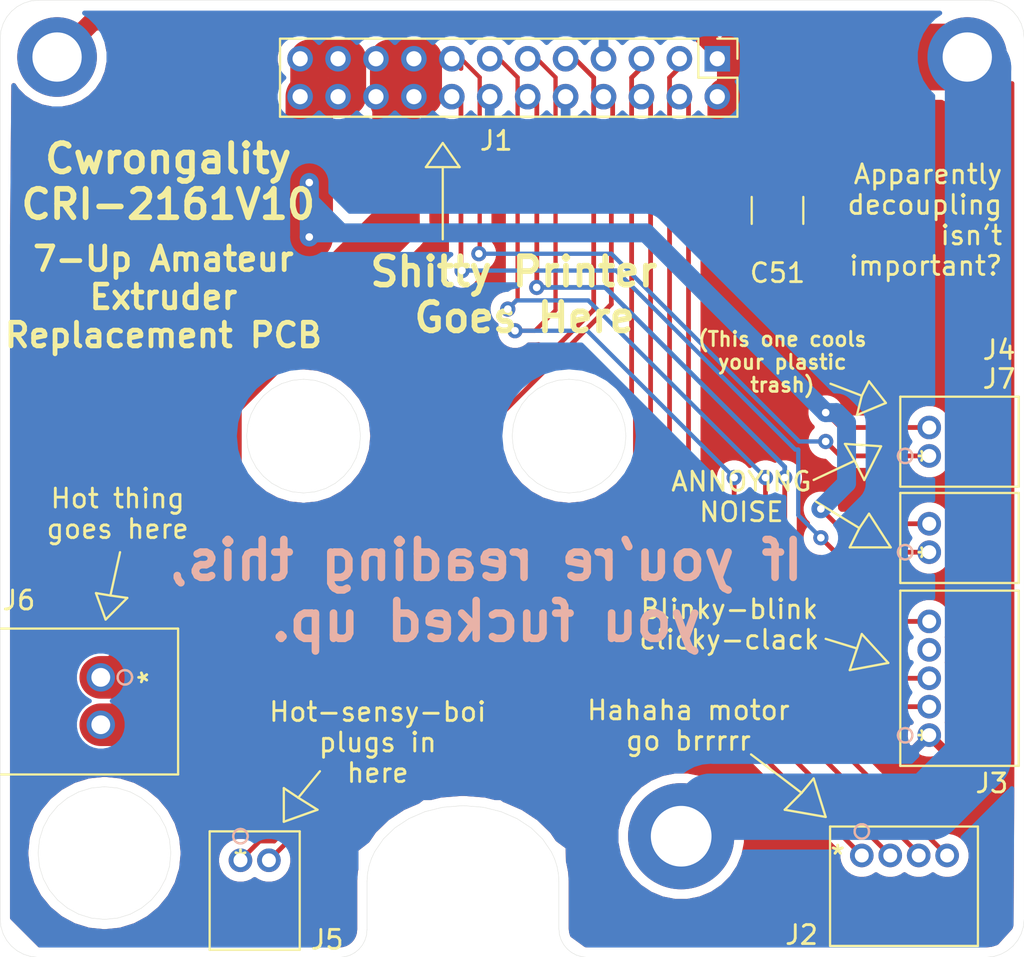
<source format=kicad_pcb>
(kicad_pcb (version 20171130) (host pcbnew "(5.1.12)-1")

  (general
    (thickness 1.6)
    (drawings 228)
    (tracks 140)
    (zones 0)
    (modules 11)
    (nets 16)
  )

  (page A4)
  (layers
    (0 F.Cu signal hide)
    (31 B.Cu signal)
    (32 B.Adhes user)
    (33 F.Adhes user)
    (34 B.Paste user)
    (35 F.Paste user)
    (36 B.SilkS user)
    (37 F.SilkS user)
    (38 B.Mask user)
    (39 F.Mask user)
    (40 Dwgs.User user)
    (41 Cmts.User user)
    (42 Eco1.User user)
    (43 Eco2.User user)
    (44 Edge.Cuts user)
    (45 Margin user)
    (46 B.CrtYd user)
    (47 F.CrtYd user)
    (48 B.Fab user)
    (49 F.Fab user)
  )

  (setup
    (last_trace_width 3.5)
    (user_trace_width 0.225)
    (user_trace_width 1)
    (user_trace_width 2)
    (user_trace_width 2.25)
    (user_trace_width 2.5)
    (user_trace_width 3.5)
    (trace_clearance 0.2)
    (zone_clearance 0.508)
    (zone_45_only no)
    (trace_min 0.2)
    (via_size 0.8)
    (via_drill 0.4)
    (via_min_size 0.4)
    (via_min_drill 0.3)
    (uvia_size 0.3)
    (uvia_drill 0.1)
    (uvias_allowed no)
    (uvia_min_size 0.2)
    (uvia_min_drill 0.1)
    (edge_width 0.05)
    (segment_width 0.2)
    (pcb_text_width 0.3)
    (pcb_text_size 1.5 1.5)
    (mod_edge_width 0.12)
    (mod_text_size 1 1)
    (mod_text_width 0.15)
    (pad_size 4.2 4.2)
    (pad_drill 2.6)
    (pad_to_mask_clearance 0)
    (aux_axis_origin 0 0)
    (visible_elements 7FFFFFFF)
    (pcbplotparams
      (layerselection 0x010ff_ffffffff)
      (usegerberextensions false)
      (usegerberattributes true)
      (usegerberadvancedattributes true)
      (creategerberjobfile true)
      (excludeedgelayer true)
      (linewidth 0.100000)
      (plotframeref false)
      (viasonmask false)
      (mode 1)
      (useauxorigin false)
      (hpglpennumber 1)
      (hpglpenspeed 20)
      (hpglpendiameter 15.000000)
      (psnegative false)
      (psa4output false)
      (plotreference true)
      (plotvalue true)
      (plotinvisibletext false)
      (padsonsilk false)
      (subtractmaskfromsilk false)
      (outputformat 1)
      (mirror false)
      (drillshape 0)
      (scaleselection 1)
      (outputdirectory "gerbil/"))
  )

  (net 0 "")
  (net 1 /MNT_HOLE)
  (net 2 /HEATER_FAN_COM)
  (net 3 /CRTOUCH_3)
  (net 4 /THERM_2)
  (net 5 /THERM_1)
  (net 6 /MOTOR_3)
  (net 7 /MOTOR_4)
  (net 8 /MOTOR_1)
  (net 9 /MOTOR_2)
  (net 10 /FAN1_1)
  (net 11 /FAN2_1)
  (net 12 /CRTOUCH_5)
  (net 13 /CRTOUCH_2)
  (net 14 /HEATER_2)
  (net 15 /MNT_HOLE_F)

  (net_class Default "This is the default net class."
    (clearance 0.2)
    (trace_width 0.25)
    (via_dia 0.8)
    (via_drill 0.4)
    (uvia_dia 0.3)
    (uvia_drill 0.1)
    (add_net /CRTOUCH_2)
    (add_net /CRTOUCH_3)
    (add_net /CRTOUCH_5)
    (add_net /FAN1_1)
    (add_net /FAN2_1)
    (add_net /HEATER_2)
    (add_net /HEATER_FAN_COM)
    (add_net /MNT_HOLE)
    (add_net /MNT_HOLE_F)
    (add_net /MOTOR_1)
    (add_net /MOTOR_2)
    (add_net /MOTOR_3)
    (add_net /MOTOR_4)
    (add_net /THERM_1)
    (add_net /THERM_2)
  )

  (module Connector_PinHeader_2.00mm:PinHeader_2x12_P2.00mm_Vertical (layer F.Cu) (tedit 59FED667) (tstamp 63036C58)
    (at 67.818 42.545 270)
    (descr "Through hole straight pin header, 2x12, 2.00mm pitch, double rows")
    (tags "Through hole pin header THT 2x12 2.00mm double row")
    (path /6303AF50)
    (fp_text reference J1 (at 4.324 11.658 180) (layer F.SilkS)
      (effects (font (size 1 1) (thickness 0.15)))
    )
    (fp_text value Ribbon_Conn (at 1 24.06 90) (layer F.Fab) hide
      (effects (font (size 1 1) (thickness 0.15)))
    )
    (fp_line (start 3.5 -1.5) (end -1.5 -1.5) (layer F.CrtYd) (width 0.05))
    (fp_line (start 3.5 23.5) (end 3.5 -1.5) (layer F.CrtYd) (width 0.05))
    (fp_line (start -1.5 23.5) (end 3.5 23.5) (layer F.CrtYd) (width 0.05))
    (fp_line (start -1.5 -1.5) (end -1.5 23.5) (layer F.CrtYd) (width 0.05))
    (fp_line (start -1.06 -1.06) (end 0 -1.06) (layer F.SilkS) (width 0.12))
    (fp_line (start -1.06 0) (end -1.06 -1.06) (layer F.SilkS) (width 0.12))
    (fp_line (start 1 -1.06) (end 3.06 -1.06) (layer F.SilkS) (width 0.12))
    (fp_line (start 1 1) (end 1 -1.06) (layer F.SilkS) (width 0.12))
    (fp_line (start -1.06 1) (end 1 1) (layer F.SilkS) (width 0.12))
    (fp_line (start 3.06 -1.06) (end 3.06 23.06) (layer F.SilkS) (width 0.12))
    (fp_line (start -1.06 1) (end -1.06 23.06) (layer F.SilkS) (width 0.12))
    (fp_line (start -1.06 23.06) (end 3.06 23.06) (layer F.SilkS) (width 0.12))
    (fp_line (start -1 0) (end 0 -1) (layer F.Fab) (width 0.1))
    (fp_line (start -1 23) (end -1 0) (layer F.Fab) (width 0.1))
    (fp_line (start 3 23) (end -1 23) (layer F.Fab) (width 0.1))
    (fp_line (start 3 -1) (end 3 23) (layer F.Fab) (width 0.1))
    (fp_line (start 0 -1) (end 3 -1) (layer F.Fab) (width 0.1))
    (fp_text user %R (at 1 11) (layer F.Fab)
      (effects (font (size 1 1) (thickness 0.15)))
    )
    (pad 24 thru_hole oval (at 2 22 270) (size 1.35 1.35) (drill 0.8) (layers *.Cu *.Mask)
      (net 2 /HEATER_FAN_COM))
    (pad 23 thru_hole oval (at 0 22 270) (size 1.35 1.35) (drill 0.8) (layers *.Cu *.Mask)
      (net 2 /HEATER_FAN_COM))
    (pad 22 thru_hole oval (at 2 20 270) (size 1.35 1.35) (drill 0.8) (layers *.Cu *.Mask)
      (net 2 /HEATER_FAN_COM))
    (pad 21 thru_hole oval (at 0 20 270) (size 1.35 1.35) (drill 0.8) (layers *.Cu *.Mask)
      (net 2 /HEATER_FAN_COM))
    (pad 20 thru_hole oval (at 2 18 270) (size 1.35 1.35) (drill 0.8) (layers *.Cu *.Mask)
      (net 14 /HEATER_2))
    (pad 19 thru_hole oval (at 0 18 270) (size 1.35 1.35) (drill 0.8) (layers *.Cu *.Mask)
      (net 14 /HEATER_2))
    (pad 18 thru_hole oval (at 2 16 270) (size 1.35 1.35) (drill 0.8) (layers *.Cu *.Mask)
      (net 14 /HEATER_2))
    (pad 17 thru_hole oval (at 0 16 270) (size 1.35 1.35) (drill 0.8) (layers *.Cu *.Mask)
      (net 14 /HEATER_2))
    (pad 16 thru_hole oval (at 2 14 270) (size 1.35 1.35) (drill 0.8) (layers *.Cu *.Mask)
      (net 10 /FAN1_1))
    (pad 15 thru_hole oval (at 0 14 270) (size 1.35 1.35) (drill 0.8) (layers *.Cu *.Mask)
      (net 11 /FAN2_1))
    (pad 14 thru_hole oval (at 2 12 270) (size 1.35 1.35) (drill 0.8) (layers *.Cu *.Mask)
      (net 15 /MNT_HOLE_F))
    (pad 13 thru_hole oval (at 0 12 270) (size 1.35 1.35) (drill 0.8) (layers *.Cu *.Mask)
      (net 3 /CRTOUCH_3))
    (pad 12 thru_hole oval (at 2 10 270) (size 1.35 1.35) (drill 0.8) (layers *.Cu *.Mask)
      (net 12 /CRTOUCH_5))
    (pad 11 thru_hole oval (at 0 10 270) (size 1.35 1.35) (drill 0.8) (layers *.Cu *.Mask)
      (net 13 /CRTOUCH_2))
    (pad 10 thru_hole oval (at 2 8 270) (size 1.35 1.35) (drill 0.8) (layers *.Cu *.Mask)
      (net 15 /MNT_HOLE_F))
    (pad 9 thru_hole oval (at 0 8 270) (size 1.35 1.35) (drill 0.8) (layers *.Cu *.Mask)
      (net 5 /THERM_1))
    (pad 8 thru_hole oval (at 2 6 270) (size 1.35 1.35) (drill 0.8) (layers *.Cu *.Mask)
      (net 4 /THERM_2))
    (pad 7 thru_hole oval (at 0 6 270) (size 1.35 1.35) (drill 0.8) (layers *.Cu *.Mask)
      (net 15 /MNT_HOLE_F))
    (pad 6 thru_hole oval (at 2 4 270) (size 1.35 1.35) (drill 0.8) (layers *.Cu *.Mask)
      (net 9 /MOTOR_2))
    (pad 5 thru_hole oval (at 0 4 270) (size 1.35 1.35) (drill 0.8) (layers *.Cu *.Mask)
      (net 8 /MOTOR_1))
    (pad 4 thru_hole oval (at 2 2 270) (size 1.35 1.35) (drill 0.8) (layers *.Cu *.Mask)
      (net 7 /MOTOR_4))
    (pad 3 thru_hole oval (at 0 2 270) (size 1.35 1.35) (drill 0.8) (layers *.Cu *.Mask)
      (net 6 /MOTOR_3))
    (pad 2 thru_hole oval (at 2 0 270) (size 1.35 1.35) (drill 0.8) (layers *.Cu *.Mask)
      (net 1 /MNT_HOLE))
    (pad 1 thru_hole rect (at 0 0 270) (size 1.35 1.35) (drill 0.8) (layers *.Cu *.Mask)
      (net 1 /MNT_HOLE))
  )

  (module Sprite:S2B-XH-A-1LFSN (layer F.Cu) (tedit 630512E0) (tstamp 63036CE7)
    (at 35.306 75.184 270)
    (path /6304187F)
    (fp_text reference J6 (at -4.064 4.318 180) (layer F.SilkS)
      (effects (font (size 1 1) (thickness 0.15)))
    )
    (fp_text value Heater (at 1.27 -6.35 90) (layer F.SilkS) hide
      (effects (font (size 1 1) (thickness 0.15)))
    )
    (fp_circle (center 0 -1.27) (end 0.381 -1.27) (layer F.Fab) (width 0.1))
    (fp_circle (center 0 -1.27) (end 0.381 -1.27) (layer B.SilkS) (width 0.12))
    (fp_circle (center 0 -1.27) (end 0.381 -1.27) (layer F.SilkS) (width 0.12))
    (fp_line (start 5.2501 -4.204) (end -2.7001 -4.204) (layer F.CrtYd) (width 0.05))
    (fp_line (start 5.2501 7.861) (end 5.2501 -4.204) (layer F.CrtYd) (width 0.05))
    (fp_line (start -2.7001 7.861) (end 5.2501 7.861) (layer F.CrtYd) (width 0.05))
    (fp_line (start -2.7001 -4.204) (end -2.7001 7.861) (layer F.CrtYd) (width 0.05))
    (fp_line (start -2.4461 -3.95) (end -2.4461 7.607) (layer F.Fab) (width 0.1))
    (fp_line (start 4.9961 -3.95) (end -2.4461 -3.95) (layer F.Fab) (width 0.1))
    (fp_line (start 4.9961 7.607) (end 4.9961 -3.95) (layer F.Fab) (width 0.1))
    (fp_line (start -2.4461 7.607) (end 4.9961 7.607) (layer F.Fab) (width 0.1))
    (fp_line (start -2.5731 -4.077) (end -2.5731 7.734) (layer F.SilkS) (width 0.12))
    (fp_line (start 5.1231 -4.077) (end -2.5731 -4.077) (layer F.SilkS) (width 0.12))
    (fp_line (start 5.1231 7.734) (end 5.1231 -4.077) (layer F.SilkS) (width 0.12))
    (fp_line (start -2.5731 7.734) (end 5.1231 7.734) (layer F.SilkS) (width 0.12))
    (fp_line (start 5.2501 -4.204) (end -2.7001 -4.204) (layer F.CrtYd) (width 0.05))
    (fp_line (start 5.2501 7.861) (end 5.2501 -4.204) (layer F.CrtYd) (width 0.05))
    (fp_line (start -2.7001 7.861) (end 5.2501 7.861) (layer F.CrtYd) (width 0.05))
    (fp_line (start -2.7001 -4.204) (end -2.7001 7.861) (layer F.CrtYd) (width 0.05))
    (fp_text user * (at 0 -2.54 90) (layer F.SilkS)
      (effects (font (size 1 1) (thickness 0.15)))
    )
    (fp_text user * (at 0 0 90) (layer F.Fab)
      (effects (font (size 1 1) (thickness 0.15)))
    )
    (pad 1 thru_hole circle (at 0.000001 0 270) (size 1.4986 1.4986) (drill 0.9906) (layers *.Cu *.Mask)
      (net 2 /HEATER_FAN_COM))
    (pad 2 thru_hole circle (at 2.499999 0 270) (size 1.4986 1.4986) (drill 0.9906) (layers *.Cu *.Mask)
      (net 14 /HEATER_2))
  )

  (module Sprite:S2B-ZRLFSN (layer F.Cu) (tedit 63050E7D) (tstamp 63036D49)
    (at 78.994 68.58 90)
    (path /6303F1E4)
    (fp_text reference J7 (at 9.144 3.683 180) (layer F.SilkS)
      (effects (font (size 1 1) (thickness 0.15)))
    )
    (fp_text value FAN1 (at 0.75 -3.81 90) (layer F.SilkS) hide
      (effects (font (size 1 1) (thickness 0.15)))
    )
    (fp_circle (center -0.000001 -1.27) (end 0.380999 -1.27) (layer B.SilkS) (width 0.12))
    (fp_circle (center -0.000001 -1.27) (end 0.380999 -1.27) (layer F.SilkS) (width 0.12))
    (fp_circle (center 0 -1.905) (end 0.381 -1.905) (layer F.Fab) (width 0.1))
    (fp_line (start 3.2519 -1.654) (end -1.7519 -1.654) (layer F.CrtYd) (width 0.05))
    (fp_line (start 3.2519 4.8484) (end 3.2519 -1.654) (layer F.CrtYd) (width 0.05))
    (fp_line (start -1.7519 4.8484) (end 3.2519 4.8484) (layer F.CrtYd) (width 0.05))
    (fp_line (start -1.7519 -1.654) (end -1.7519 4.8484) (layer F.CrtYd) (width 0.05))
    (fp_line (start -1.4979 -1.4) (end -1.4979 4.5944) (layer F.Fab) (width 0.1))
    (fp_line (start 2.9979 -1.4) (end -1.4979 -1.4) (layer F.Fab) (width 0.1))
    (fp_line (start 2.9979 4.5944) (end 2.9979 -1.4) (layer F.Fab) (width 0.1))
    (fp_line (start -1.4979 4.5944) (end 2.9979 4.5944) (layer F.Fab) (width 0.1))
    (fp_line (start -1.6249 -1.527) (end -1.6249 4.7214) (layer F.SilkS) (width 0.12))
    (fp_line (start 3.1249 -1.527) (end -1.6249 -1.527) (layer F.SilkS) (width 0.12))
    (fp_line (start 3.1249 4.7214) (end 3.1249 -1.527) (layer F.SilkS) (width 0.12))
    (fp_line (start -1.6249 4.7214) (end 3.1249 4.7214) (layer F.SilkS) (width 0.12))
    (fp_line (start 3.2519 -1.654) (end -1.7519 -1.654) (layer F.CrtYd) (width 0.05))
    (fp_line (start 3.2519 4.8484) (end 3.2519 -1.654) (layer F.CrtYd) (width 0.05))
    (fp_line (start -1.7519 4.8484) (end 3.2519 4.8484) (layer F.CrtYd) (width 0.05))
    (fp_line (start -1.7519 -1.654) (end -1.7519 4.8484) (layer F.CrtYd) (width 0.05))
    (fp_text user * (at 0 0 90) (layer F.SilkS)
      (effects (font (size 1 1) (thickness 0.15)))
    )
    (fp_text user * (at 0 0 90) (layer F.Fab)
      (effects (font (size 1 1) (thickness 0.15)))
    )
    (pad 1 thru_hole circle (at -0.000001 0 180) (size 1.2446 1.2446) (drill 0.7366) (layers *.Cu *.Mask)
      (net 10 /FAN1_1))
    (pad 2 thru_hole circle (at 1.500001 0 90) (size 1.2446 1.2446) (drill 0.7366) (layers *.Cu *.Mask)
      (net 2 /HEATER_FAN_COM))
  )

  (module Sprite:S2B-ZRLFSN (layer F.Cu) (tedit 63050E7D) (tstamp 6303765F)
    (at 42.672 84.836)
    (path /63040E88)
    (fp_text reference J5 (at 4.572 4.191) (layer F.SilkS)
      (effects (font (size 1 1) (thickness 0.15)))
    )
    (fp_text value Thermistor (at 0.75 -3.81) (layer F.SilkS) hide
      (effects (font (size 1 1) (thickness 0.15)))
    )
    (fp_circle (center -0.000001 -1.27) (end 0.380999 -1.27) (layer B.SilkS) (width 0.12))
    (fp_circle (center -0.000001 -1.27) (end 0.380999 -1.27) (layer F.SilkS) (width 0.12))
    (fp_circle (center 0 -1.905) (end 0.381 -1.905) (layer F.Fab) (width 0.1))
    (fp_line (start 3.2519 -1.654) (end -1.7519 -1.654) (layer F.CrtYd) (width 0.05))
    (fp_line (start 3.2519 4.8484) (end 3.2519 -1.654) (layer F.CrtYd) (width 0.05))
    (fp_line (start -1.7519 4.8484) (end 3.2519 4.8484) (layer F.CrtYd) (width 0.05))
    (fp_line (start -1.7519 -1.654) (end -1.7519 4.8484) (layer F.CrtYd) (width 0.05))
    (fp_line (start -1.4979 -1.4) (end -1.4979 4.5944) (layer F.Fab) (width 0.1))
    (fp_line (start 2.9979 -1.4) (end -1.4979 -1.4) (layer F.Fab) (width 0.1))
    (fp_line (start 2.9979 4.5944) (end 2.9979 -1.4) (layer F.Fab) (width 0.1))
    (fp_line (start -1.4979 4.5944) (end 2.9979 4.5944) (layer F.Fab) (width 0.1))
    (fp_line (start -1.6249 -1.527) (end -1.6249 4.7214) (layer F.SilkS) (width 0.12))
    (fp_line (start 3.1249 -1.527) (end -1.6249 -1.527) (layer F.SilkS) (width 0.12))
    (fp_line (start 3.1249 4.7214) (end 3.1249 -1.527) (layer F.SilkS) (width 0.12))
    (fp_line (start -1.6249 4.7214) (end 3.1249 4.7214) (layer F.SilkS) (width 0.12))
    (fp_line (start 3.2519 -1.654) (end -1.7519 -1.654) (layer F.CrtYd) (width 0.05))
    (fp_line (start 3.2519 4.8484) (end 3.2519 -1.654) (layer F.CrtYd) (width 0.05))
    (fp_line (start -1.7519 4.8484) (end 3.2519 4.8484) (layer F.CrtYd) (width 0.05))
    (fp_line (start -1.7519 -1.654) (end -1.7519 4.8484) (layer F.CrtYd) (width 0.05))
    (fp_text user * (at 0 0) (layer F.SilkS)
      (effects (font (size 1 1) (thickness 0.15)))
    )
    (fp_text user * (at 0 0) (layer F.Fab)
      (effects (font (size 1 1) (thickness 0.15)))
    )
    (pad 1 thru_hole circle (at -0.000001 0 90) (size 1.2446 1.2446) (drill 0.7366) (layers *.Cu *.Mask)
      (net 5 /THERM_1))
    (pad 2 thru_hole circle (at 1.500001 0) (size 1.2446 1.2446) (drill 0.7366) (layers *.Cu *.Mask)
      (net 4 /THERM_2))
  )

  (module Sprite:S2B-ZRLFSN (layer F.Cu) (tedit 63050E7D) (tstamp 630375FD)
    (at 78.994 63.5 90)
    (path /6303FD01)
    (fp_text reference J4 (at 5.588 3.683 180) (layer F.SilkS)
      (effects (font (size 1 1) (thickness 0.15)))
    )
    (fp_text value FAN2 (at 0.75 -3.81 90) (layer F.SilkS) hide
      (effects (font (size 1 1) (thickness 0.15)))
    )
    (fp_circle (center -0.000001 -1.27) (end 0.380999 -1.27) (layer B.SilkS) (width 0.12))
    (fp_circle (center -0.000001 -1.27) (end 0.380999 -1.27) (layer F.SilkS) (width 0.12))
    (fp_circle (center 0 -1.905) (end 0.381 -1.905) (layer F.Fab) (width 0.1))
    (fp_line (start 3.2519 -1.654) (end -1.7519 -1.654) (layer F.CrtYd) (width 0.05))
    (fp_line (start 3.2519 4.8484) (end 3.2519 -1.654) (layer F.CrtYd) (width 0.05))
    (fp_line (start -1.7519 4.8484) (end 3.2519 4.8484) (layer F.CrtYd) (width 0.05))
    (fp_line (start -1.7519 -1.654) (end -1.7519 4.8484) (layer F.CrtYd) (width 0.05))
    (fp_line (start -1.4979 -1.4) (end -1.4979 4.5944) (layer F.Fab) (width 0.1))
    (fp_line (start 2.9979 -1.4) (end -1.4979 -1.4) (layer F.Fab) (width 0.1))
    (fp_line (start 2.9979 4.5944) (end 2.9979 -1.4) (layer F.Fab) (width 0.1))
    (fp_line (start -1.4979 4.5944) (end 2.9979 4.5944) (layer F.Fab) (width 0.1))
    (fp_line (start -1.6249 -1.527) (end -1.6249 4.7214) (layer F.SilkS) (width 0.12))
    (fp_line (start 3.1249 -1.527) (end -1.6249 -1.527) (layer F.SilkS) (width 0.12))
    (fp_line (start 3.1249 4.7214) (end 3.1249 -1.527) (layer F.SilkS) (width 0.12))
    (fp_line (start -1.6249 4.7214) (end 3.1249 4.7214) (layer F.SilkS) (width 0.12))
    (fp_line (start 3.2519 -1.654) (end -1.7519 -1.654) (layer F.CrtYd) (width 0.05))
    (fp_line (start 3.2519 4.8484) (end 3.2519 -1.654) (layer F.CrtYd) (width 0.05))
    (fp_line (start -1.7519 4.8484) (end 3.2519 4.8484) (layer F.CrtYd) (width 0.05))
    (fp_line (start -1.7519 -1.654) (end -1.7519 4.8484) (layer F.CrtYd) (width 0.05))
    (fp_text user * (at 0 0 90) (layer F.SilkS)
      (effects (font (size 1 1) (thickness 0.15)))
    )
    (fp_text user * (at 0 0 90) (layer F.Fab)
      (effects (font (size 1 1) (thickness 0.15)))
    )
    (pad 1 thru_hole circle (at -0.000001 0 180) (size 1.2446 1.2446) (drill 0.7366) (layers *.Cu *.Mask)
      (net 11 /FAN2_1))
    (pad 2 thru_hole circle (at 1.500001 0 90) (size 1.2446 1.2446) (drill 0.7366) (layers *.Cu *.Mask)
      (net 2 /HEATER_FAN_COM))
  )

  (module Sprite:S5B-ZRLFSN (layer F.Cu) (tedit 63050EEA) (tstamp 63036CBB)
    (at 78.994 78.232 90)
    (path /6304069E)
    (fp_text reference J3 (at -2.54 3.302 180) (layer F.SilkS)
      (effects (font (size 1 1) (thickness 0.15)))
    )
    (fp_text value CRtouch (at 2.999999 -3.81 90) (layer F.SilkS) hide
      (effects (font (size 1 1) (thickness 0.15)))
    )
    (fp_circle (center -0.01 -1.27) (end 0.371 -1.27) (layer B.SilkS) (width 0.12))
    (fp_circle (center -0.01 -1.27) (end 0.371 -1.27) (layer F.SilkS) (width 0.12))
    (fp_circle (center 0 -1.27) (end 0.381 -1.27) (layer F.Fab) (width 0.1))
    (fp_line (start 7.749799 -1.654) (end -1.749801 -1.654) (layer F.CrtYd) (width 0.05))
    (fp_line (start 7.749799 4.8484) (end 7.749799 -1.654) (layer F.CrtYd) (width 0.05))
    (fp_line (start -1.749801 4.8484) (end 7.749799 4.8484) (layer F.CrtYd) (width 0.05))
    (fp_line (start -1.749801 -1.654) (end -1.749801 4.8484) (layer F.CrtYd) (width 0.05))
    (fp_line (start -1.495801 -1.4) (end -1.495801 4.5944) (layer F.Fab) (width 0.1))
    (fp_line (start 7.495799 -1.4) (end -1.495801 -1.4) (layer F.Fab) (width 0.1))
    (fp_line (start 7.495799 4.5944) (end 7.495799 -1.4) (layer F.Fab) (width 0.1))
    (fp_line (start -1.495801 4.5944) (end 7.495799 4.5944) (layer F.Fab) (width 0.1))
    (fp_line (start -1.622801 -1.527) (end -1.622801 4.7214) (layer F.SilkS) (width 0.12))
    (fp_line (start 7.622799 -1.527) (end -1.622801 -1.527) (layer F.SilkS) (width 0.12))
    (fp_line (start 7.622799 4.7214) (end 7.622799 -1.527) (layer F.SilkS) (width 0.12))
    (fp_line (start -1.622801 4.7214) (end 7.622799 4.7214) (layer F.SilkS) (width 0.12))
    (fp_line (start 7.749799 -1.654) (end -1.749801 -1.654) (layer F.CrtYd) (width 0.05))
    (fp_line (start 7.749799 4.8484) (end 7.749799 -1.654) (layer F.CrtYd) (width 0.05))
    (fp_line (start -1.749801 4.8484) (end 7.749799 4.8484) (layer F.CrtYd) (width 0.05))
    (fp_line (start -1.749801 -1.654) (end -1.749801 4.8484) (layer F.CrtYd) (width 0.05))
    (fp_text user * (at 0 0 90) (layer F.SilkS)
      (effects (font (size 1 1) (thickness 0.15)))
    )
    (fp_text user * (at 0 0 90) (layer F.Fab)
      (effects (font (size 1 1) (thickness 0.15)))
    )
    (pad 1 thru_hole circle (at 0 0 90) (size 1.2446 1.2446) (drill 0.7366) (layers *.Cu *.Mask)
      (net 15 /MNT_HOLE_F))
    (pad 2 thru_hole circle (at 1.5 0 90) (size 1.2446 1.2446) (drill 0.7366) (layers *.Cu *.Mask)
      (net 13 /CRTOUCH_2))
    (pad 3 thru_hole circle (at 2.999999 0 90) (size 1.2446 1.2446) (drill 0.7366) (layers *.Cu *.Mask)
      (net 3 /CRTOUCH_3))
    (pad 4 thru_hole circle (at 4.499999 0 90) (size 1.2446 1.2446) (drill 0.7366) (layers *.Cu *.Mask)
      (net 15 /MNT_HOLE_F))
    (pad 5 thru_hole circle (at 5.999998 0 90) (size 1.2446 1.2446) (drill 0.7366) (layers *.Cu *.Mask)
      (net 12 /CRTOUCH_5))
  )

  (module Sprite:S4B-ZRLFSN (layer F.Cu) (tedit 63050FFE) (tstamp 630374D7)
    (at 75.438 84.582)
    (path /6303E944)
    (fp_text reference J2 (at -3.175 4.191) (layer F.SilkS)
      (effects (font (size 1 1) (thickness 0.15)))
    )
    (fp_text value Extruder (at 2.225109 -3.81) (layer F.SilkS) hide
      (effects (font (size 1 1) (thickness 0.15)))
    )
    (fp_circle (center 0 -1.27) (end 0.381 -1.27) (layer F.Fab) (width 0.1))
    (fp_circle (center 0 -1.27) (end 0.381 -1.27) (layer B.SilkS) (width 0.12))
    (fp_circle (center 0 -1.27) (end 0.381 -1.27) (layer F.SilkS) (width 0.12))
    (fp_line (start 6.251009 -1.654) (end -1.800791 -1.654) (layer F.CrtYd) (width 0.05))
    (fp_line (start 6.251009 4.8992) (end 6.251009 -1.654) (layer F.CrtYd) (width 0.05))
    (fp_line (start -1.800791 4.8992) (end 6.251009 4.8992) (layer F.CrtYd) (width 0.05))
    (fp_line (start -1.800791 -1.654) (end -1.800791 4.8992) (layer F.CrtYd) (width 0.05))
    (fp_line (start -1.546791 -1.4) (end -1.546791 4.6452) (layer F.Fab) (width 0.1))
    (fp_line (start 5.997009 -1.4) (end -1.546791 -1.4) (layer F.Fab) (width 0.1))
    (fp_line (start 5.997009 4.6452) (end 5.997009 -1.4) (layer F.Fab) (width 0.1))
    (fp_line (start -1.546791 4.6452) (end 5.997009 4.6452) (layer F.Fab) (width 0.1))
    (fp_line (start -1.673791 -1.527) (end -1.673791 4.7722) (layer F.SilkS) (width 0.12))
    (fp_line (start 6.124009 -1.527) (end -1.673791 -1.527) (layer F.SilkS) (width 0.12))
    (fp_line (start 6.124009 4.7722) (end 6.124009 -1.527) (layer F.SilkS) (width 0.12))
    (fp_line (start -1.673791 4.7722) (end 6.124009 4.7722) (layer F.SilkS) (width 0.12))
    (fp_line (start 6.251009 -1.654) (end -1.800791 -1.654) (layer F.CrtYd) (width 0.05))
    (fp_line (start 6.251009 4.8992) (end 6.251009 -1.654) (layer F.CrtYd) (width 0.05))
    (fp_line (start -1.800791 4.8992) (end 6.251009 4.8992) (layer F.CrtYd) (width 0.05))
    (fp_line (start -1.800791 -1.654) (end -1.800791 4.8992) (layer F.CrtYd) (width 0.05))
    (fp_text user * (at -1.27 0) (layer F.SilkS)
      (effects (font (size 1 1) (thickness 0.15)))
    )
    (fp_text user * (at 4.500001 0) (layer F.Fab)
      (effects (font (size 1 1) (thickness 0.15)))
    )
    (pad 4 thru_hole circle (at 4.500001 0) (size 1.2446 1.2446) (drill 0.7366) (layers *.Cu *.Mask)
      (net 7 /MOTOR_4))
    (pad 3 thru_hole circle (at 3.000002 0) (size 1.2446 1.2446) (drill 0.7366) (layers *.Cu *.Mask)
      (net 6 /MOTOR_3))
    (pad 2 thru_hole circle (at 1.5 0) (size 1.2446 1.2446) (drill 0.7366) (layers *.Cu *.Mask)
      (net 9 /MOTOR_2))
    (pad 1 thru_hole circle (at 0 0) (size 1.2446 1.2446) (drill 0.7366) (layers *.Cu *.Mask)
      (net 8 /MOTOR_1))
  )

  (module MountingHole:MountingHole_3.2mm_M3_DIN965_Pad (layer F.Cu) (tedit 56D1B4CB) (tstamp 6314E9B9)
    (at 65.913 83.566)
    (descr "Mounting Hole 3.2mm, M3, DIN965")
    (tags "mounting hole 3.2mm m3 din965")
    (path /6303E2A4)
    (attr virtual)
    (fp_text reference H3 (at 0 -3.8) (layer F.SilkS) hide
      (effects (font (size 1 1) (thickness 0.15)))
    )
    (fp_text value MountingHole_Pad (at 0 3.8) (layer F.Fab)
      (effects (font (size 1 1) (thickness 0.15)))
    )
    (fp_circle (center 0 0) (end 3.05 0) (layer F.CrtYd) (width 0.05))
    (fp_circle (center 0 0) (end 2.8 0) (layer Cmts.User) (width 0.15))
    (fp_text user %R (at 0.3 0) (layer F.Fab)
      (effects (font (size 1 1) (thickness 0.15)))
    )
    (pad 1 thru_hole circle (at 0 0) (size 5.6 5.6) (drill 3.2) (layers *.Cu *.Mask)
      (net 1 /MNT_HOLE))
  )

  (module MountingHole:MountingHole_2.2mm_M2_DIN965_Pad (layer F.Cu) (tedit 6314E939) (tstamp 6303745A)
    (at 81 42.4539)
    (descr "Mounting Hole 2.2mm, M2, DIN965")
    (tags "mounting hole 2.2mm m2 din965")
    (path /6303D9F1)
    (attr virtual)
    (fp_text reference H2 (at 0 -2.9) (layer F.SilkS) hide
      (effects (font (size 1 1) (thickness 0.15)))
    )
    (fp_text value MountingHole_Pad (at 0 2.9) (layer F.Fab) hide
      (effects (font (size 1 1) (thickness 0.15)))
    )
    (fp_circle (center 0 0) (end 2.15 0) (layer F.CrtYd) (width 0.05))
    (fp_circle (center 0 0) (end 1.9 0) (layer Cmts.User) (width 0.15))
    (fp_text user %R (at 0.3 0) (layer F.Fab)
      (effects (font (size 1 1) (thickness 0.15)))
    )
    (pad 1 thru_hole circle (at 0 0) (size 4.2 4.2) (drill 2.6) (layers *.Cu *.Mask)
      (net 1 /MNT_HOLE))
  )

  (module MountingHole:MountingHole_2.2mm_M2_DIN965_Pad (layer F.Cu) (tedit 6314E942) (tstamp 63037452)
    (at 33 42.4539)
    (descr "Mounting Hole 2.2mm, M2, DIN965")
    (tags "mounting hole 2.2mm m2 din965")
    (path /6303DD04)
    (attr virtual)
    (fp_text reference H1 (at 0 0.5439) (layer F.SilkS) hide
      (effects (font (size 1 1) (thickness 0.15)))
    )
    (fp_text value MountingHole_Pad (at 0 2.9) (layer F.Fab) hide
      (effects (font (size 1 1) (thickness 0.15)))
    )
    (fp_circle (center 0 0) (end 2.15 0) (layer F.CrtYd) (width 0.05))
    (fp_circle (center 0 0) (end 1.9 0) (layer Cmts.User) (width 0.15))
    (fp_text user %R (at 0.3 0) (layer F.Fab)
      (effects (font (size 1 1) (thickness 0.15)))
    )
    (pad 1 thru_hole circle (at 0 0) (size 4.2 4.2) (drill 2.6) (layers *.Cu *.Mask)
      (net 1 /MNT_HOLE))
  )

  (module Capacitor_SMD:C_1210_3225Metric_Pad1.33x2.70mm_HandSolder (layer F.Cu) (tedit 5F68FEEF) (tstamp 630561D0)
    (at 70.993 50.546 270)
    (descr "Capacitor SMD 1210 (3225 Metric), square (rectangular) end terminal, IPC_7351 nominal with elongated pad for handsoldering. (Body size source: IPC-SM-782 page 76, https://www.pcb-3d.com/wordpress/wp-content/uploads/ipc-sm-782a_amendment_1_and_2.pdf), generated with kicad-footprint-generator")
    (tags "capacitor handsolder")
    (path /6303D3CB)
    (attr smd)
    (fp_text reference C51 (at 3.302 0 180) (layer F.SilkS)
      (effects (font (size 1 1) (thickness 0.15)))
    )
    (fp_text value C (at 0 2.3 90) (layer F.Fab)
      (effects (font (size 1 1) (thickness 0.15)))
    )
    (fp_line (start 2.48 1.6) (end -2.48 1.6) (layer F.CrtYd) (width 0.05))
    (fp_line (start 2.48 -1.6) (end 2.48 1.6) (layer F.CrtYd) (width 0.05))
    (fp_line (start -2.48 -1.6) (end 2.48 -1.6) (layer F.CrtYd) (width 0.05))
    (fp_line (start -2.48 1.6) (end -2.48 -1.6) (layer F.CrtYd) (width 0.05))
    (fp_line (start -0.711252 1.36) (end 0.711252 1.36) (layer F.SilkS) (width 0.12))
    (fp_line (start -0.711252 -1.36) (end 0.711252 -1.36) (layer F.SilkS) (width 0.12))
    (fp_line (start 1.6 1.25) (end -1.6 1.25) (layer F.Fab) (width 0.1))
    (fp_line (start 1.6 -1.25) (end 1.6 1.25) (layer F.Fab) (width 0.1))
    (fp_line (start -1.6 -1.25) (end 1.6 -1.25) (layer F.Fab) (width 0.1))
    (fp_line (start -1.6 1.25) (end -1.6 -1.25) (layer F.Fab) (width 0.1))
    (fp_text user %R (at 0 0 90) (layer F.Fab)
      (effects (font (size 0.8 0.8) (thickness 0.12)))
    )
    (pad 2 smd roundrect (at 1.5625 0 270) (size 1.325 2.7) (layers F.Cu F.Paste F.Mask) (roundrect_rratio 0.1886777358490566)
      (net 15 /MNT_HOLE_F))
    (pad 1 smd roundrect (at -1.5625 0 270) (size 1.325 2.7) (layers F.Cu F.Paste F.Mask) (roundrect_rratio 0.1886777358490566)
      (net 1 /MNT_HOLE))
  )

  (gr_line (start 54.46866 81.95652) (end 54.34166 81.95652) (layer Edge.Cuts) (width 0.018) (tstamp 6314EA2F))
  (gr_line (start 75.184 61.341) (end 75.438 60.325) (layer F.SilkS) (width 0.12) (tstamp 63057542))
  (gr_line (start 76.708 60.706) (end 75.184 61.341) (layer F.SilkS) (width 0.12))
  (gr_line (start 75.819 59.563) (end 76.708 60.706) (layer F.SilkS) (width 0.12))
  (gr_line (start 75.438 60.325) (end 75.819 59.563) (layer F.SilkS) (width 0.12))
  (gr_line (start 73.787 59.69) (end 75.438 60.325) (layer F.SilkS) (width 0.12))
  (gr_text "(This one cools\nyour plastic\ntrash)" (at 71.247 58.547) (layer F.SilkS)
    (effects (font (size 0.75 0.75) (thickness 0.15)))
  )
  (gr_line (start 74.803 68.326) (end 75.311 67.31) (layer F.SilkS) (width 0.12) (tstamp 6305717F))
  (gr_line (start 76.962 68.326) (end 74.803 68.326) (layer F.SilkS) (width 0.12))
  (gr_line (start 75.819 66.548) (end 76.962 68.326) (layer F.SilkS) (width 0.12))
  (gr_line (start 75.311 67.31) (end 75.819 66.548) (layer F.SilkS) (width 0.12))
  (gr_line (start 73.025 65.913) (end 75.311 67.31) (layer F.SilkS) (width 0.12))
  (gr_line (start 75.565 64.77) (end 75.057 63.754) (layer F.SilkS) (width 0.12) (tstamp 6305717E))
  (gr_line (start 76.454 62.992) (end 75.565 64.77) (layer F.SilkS) (width 0.12))
  (gr_line (start 74.549 62.865) (end 76.454 62.992) (layer F.SilkS) (width 0.12))
  (gr_line (start 75.057 63.754) (end 74.549 62.865) (layer F.SilkS) (width 0.12))
  (gr_line (start 72.898 64.77) (end 75.057 63.754) (layer F.SilkS) (width 0.12))
  (gr_line (start 74.803 74.803) (end 75.184 73.66) (layer F.SilkS) (width 0.12) (tstamp 6305717D))
  (gr_line (start 76.835 74.422) (end 74.803 74.803) (layer F.SilkS) (width 0.12))
  (gr_line (start 75.438 72.898) (end 76.835 74.422) (layer F.SilkS) (width 0.12))
  (gr_line (start 75.184 73.66) (end 75.438 72.898) (layer F.SilkS) (width 0.12))
  (gr_line (start 73.533 73.152) (end 75.184 73.66) (layer F.SilkS) (width 0.12))
  (gr_line (start 71.374 82.169) (end 72.263 81.28) (layer F.SilkS) (width 0.12) (tstamp 6305717C))
  (gr_line (start 73.533 82.55) (end 71.374 82.169) (layer F.SilkS) (width 0.12))
  (gr_line (start 72.898 80.518) (end 73.533 82.55) (layer F.SilkS) (width 0.12))
  (gr_line (start 72.263 81.28) (end 72.898 80.518) (layer F.SilkS) (width 0.12))
  (gr_line (start 69.596 79.248) (end 72.263 81.28) (layer F.SilkS) (width 0.12))
  (gr_line (start 46.736 82.169) (end 45.72 81.534) (layer F.SilkS) (width 0.12) (tstamp 6305717B))
  (gr_line (start 44.958 82.804) (end 46.736 82.169) (layer F.SilkS) (width 0.12))
  (gr_line (start 44.958 81.026) (end 44.958 82.804) (layer F.SilkS) (width 0.12))
  (gr_line (start 45.72 81.534) (end 44.958 81.026) (layer F.SilkS) (width 0.12))
  (gr_line (start 46.863 80.137) (end 45.72 81.534) (layer F.SilkS) (width 0.12))
  (gr_line (start 36.703 70.993) (end 35.814 70.866) (layer F.SilkS) (width 0.12) (tstamp 6305717A))
  (gr_line (start 35.56 72.136) (end 36.703 70.993) (layer F.SilkS) (width 0.12))
  (gr_line (start 35.052 70.739) (end 35.56 72.136) (layer F.SilkS) (width 0.12))
  (gr_line (start 35.814 70.866) (end 35.052 70.739) (layer F.SilkS) (width 0.12))
  (gr_line (start 36.322 68.58) (end 35.814 70.866) (layer F.SilkS) (width 0.12))
  (gr_text "Apparently\ndecoupling\nisn't\nimportant?" (at 82.931 51.054) (layer F.SilkS)
    (effects (font (size 1 1) (thickness 0.15)) (justify right))
  )
  (gr_text "ANNOYING\nNOISE" (at 69.088 65.659) (layer F.SilkS)
    (effects (font (size 1 1) (thickness 0.15)))
  )
  (gr_text "Blinky-blink\nclicky-clack" (at 68.453 72.39) (layer F.SilkS)
    (effects (font (size 1 1) (thickness 0.15)))
  )
  (gr_text "Hahaha motor\ngo brrrrr" (at 66.294 77.724) (layer F.SilkS)
    (effects (font (size 1 1) (thickness 0.15)))
  )
  (gr_text "Hot-sensy-boi\nplugs in\nhere" (at 49.911 78.613) (layer F.SilkS)
    (effects (font (size 1 1) (thickness 0.15)))
  )
  (gr_text "Hot thing\ngoes here" (at 36.195 66.548) (layer F.SilkS)
    (effects (font (size 1 1) (thickness 0.15)))
  )
  (gr_line (start 54.229 48.26) (end 53.34 48.26) (layer F.SilkS) (width 0.12) (tstamp 63057168))
  (gr_line (start 53.34 46.99) (end 54.229 48.26) (layer F.SilkS) (width 0.12))
  (gr_line (start 52.451 48.26) (end 53.34 46.99) (layer F.SilkS) (width 0.12))
  (gr_line (start 53.34 48.26) (end 52.451 48.26) (layer F.SilkS) (width 0.12))
  (gr_line (start 53.34 52.07) (end 53.34 48.26) (layer F.SilkS) (width 0.12))
  (gr_text "Shitty Printer \nGoes Here" (at 57.658 54.991) (layer F.SilkS)
    (effects (font (size 1.5 1.5) (thickness 0.3)))
  )
  (gr_text "7-Up Amateur\nExtruder\nReplacement PCB" (at 38.608 55.118) (layer F.SilkS)
    (effects (font (size 1.25 1.25) (thickness 0.25)))
  )
  (gr_text "Cwrongality\nCRI-2161V10" (at 38.862 49.022) (layer F.SilkS)
    (effects (font (size 1.5 1.5) (thickness 0.3)))
  )
  (gr_line (start 45.99996 59.4537) (end 45.99996 59.4537) (layer Edge.Cuts) (width 0.018))
  (gr_line (start 45.395678 59.5147) (end 45.99996 59.4537) (layer Edge.Cuts) (width 0.018))
  (gr_line (start 44.832699 59.689633) (end 45.395678 59.5147) (layer Edge.Cuts) (width 0.018))
  (gr_line (start 44.323125 59.966391) (end 44.832699 59.689633) (layer Edge.Cuts) (width 0.018))
  (gr_line (start 43.879061 60.332872) (end 44.323125 59.966391) (layer Edge.Cuts) (width 0.018))
  (gr_line (start 43.512609 60.776969) (end 43.879061 60.332872) (layer Edge.Cuts) (width 0.018))
  (gr_line (start 43.235873 61.286578) (end 43.512609 60.776969) (layer Edge.Cuts) (width 0.018))
  (gr_line (start 43.060955 61.849593) (end 43.235873 61.286578) (layer Edge.Cuts) (width 0.018))
  (gr_line (start 42.99996 62.45391) (end 43.060955 61.849593) (layer Edge.Cuts) (width 0.018))
  (gr_line (start 43.060955 63.0582) (end 42.99996 62.45391) (layer Edge.Cuts) (width 0.018))
  (gr_line (start 43.235873 63.621183) (end 43.060955 63.0582) (layer Edge.Cuts) (width 0.018))
  (gr_line (start 43.512609 64.130757) (end 43.235873 63.621183) (layer Edge.Cuts) (width 0.018))
  (gr_line (start 43.879061 64.574819) (end 43.512609 64.130757) (layer Edge.Cuts) (width 0.018))
  (gr_line (start 44.323125 64.941268) (end 43.879061 64.574819) (layer Edge.Cuts) (width 0.018))
  (gr_line (start 44.832699 65.218001) (end 44.323125 64.941268) (layer Edge.Cuts) (width 0.018))
  (gr_line (start 45.395678 65.392915) (end 44.832699 65.218001) (layer Edge.Cuts) (width 0.018))
  (gr_line (start 45.99996 65.45391) (end 45.395678 65.392915) (layer Edge.Cuts) (width 0.018))
  (gr_line (start 46.604241 65.392915) (end 45.99996 65.45391) (layer Edge.Cuts) (width 0.018))
  (gr_line (start 47.16722 65.218001) (end 46.604241 65.392915) (layer Edge.Cuts) (width 0.018))
  (gr_line (start 47.676794 64.941268) (end 47.16722 65.218001) (layer Edge.Cuts) (width 0.018))
  (gr_line (start 48.120858 64.574819) (end 47.676794 64.941268) (layer Edge.Cuts) (width 0.018))
  (gr_line (start 48.48731 64.130757) (end 48.120858 64.574819) (layer Edge.Cuts) (width 0.018))
  (gr_line (start 48.764046 63.621183) (end 48.48731 64.130757) (layer Edge.Cuts) (width 0.018))
  (gr_line (start 48.938964 63.0582) (end 48.764046 63.621183) (layer Edge.Cuts) (width 0.018))
  (gr_line (start 48.99996 62.45391) (end 48.938964 63.0582) (layer Edge.Cuts) (width 0.018))
  (gr_line (start 48.938964 61.849593) (end 48.99996 62.45391) (layer Edge.Cuts) (width 0.018))
  (gr_line (start 48.764046 61.286578) (end 48.938964 61.849593) (layer Edge.Cuts) (width 0.018))
  (gr_line (start 48.48731 60.776969) (end 48.764046 61.286578) (layer Edge.Cuts) (width 0.018))
  (gr_line (start 48.120858 60.332872) (end 48.48731 60.776969) (layer Edge.Cuts) (width 0.018))
  (gr_line (start 47.676794 59.966391) (end 48.120858 60.332872) (layer Edge.Cuts) (width 0.018))
  (gr_line (start 47.16722 59.689633) (end 47.676794 59.966391) (layer Edge.Cuts) (width 0.018))
  (gr_line (start 46.604241 59.5147) (end 47.16722 59.689633) (layer Edge.Cuts) (width 0.018))
  (gr_line (start 45.99996 59.4537) (end 46.604241 59.5147) (layer Edge.Cuts) (width 0.018))
  (gr_line (start 60 59.4537) (end 60 59.4537) (layer Edge.Cuts) (width 0.018))
  (gr_line (start 59.395718 59.5147) (end 60 59.4537) (layer Edge.Cuts) (width 0.018))
  (gr_line (start 58.832739 59.689633) (end 59.395718 59.5147) (layer Edge.Cuts) (width 0.018))
  (gr_line (start 58.323165 59.966391) (end 58.832739 59.689633) (layer Edge.Cuts) (width 0.018))
  (gr_line (start 57.879101 60.332872) (end 58.323165 59.966391) (layer Edge.Cuts) (width 0.018))
  (gr_line (start 57.512649 60.776969) (end 57.879101 60.332872) (layer Edge.Cuts) (width 0.018))
  (gr_line (start 57.235913 61.286578) (end 57.512649 60.776969) (layer Edge.Cuts) (width 0.018))
  (gr_line (start 57.060995 61.849593) (end 57.235913 61.286578) (layer Edge.Cuts) (width 0.018))
  (gr_line (start 57 62.45391) (end 57.060995 61.849593) (layer Edge.Cuts) (width 0.018))
  (gr_line (start 57.060995 63.0582) (end 57 62.45391) (layer Edge.Cuts) (width 0.018))
  (gr_line (start 57.235913 63.621183) (end 57.060995 63.0582) (layer Edge.Cuts) (width 0.018))
  (gr_line (start 57.512649 64.130757) (end 57.235913 63.621183) (layer Edge.Cuts) (width 0.018))
  (gr_line (start 57.879101 64.574819) (end 57.512649 64.130757) (layer Edge.Cuts) (width 0.018))
  (gr_line (start 58.323165 64.941268) (end 57.879101 64.574819) (layer Edge.Cuts) (width 0.018))
  (gr_line (start 58.832739 65.218001) (end 58.323165 64.941268) (layer Edge.Cuts) (width 0.018))
  (gr_line (start 59.395718 65.392915) (end 58.832739 65.218001) (layer Edge.Cuts) (width 0.018))
  (gr_line (start 60 65.45391) (end 59.395718 65.392915) (layer Edge.Cuts) (width 0.018))
  (gr_line (start 60.604273 65.392915) (end 60 65.45391) (layer Edge.Cuts) (width 0.018))
  (gr_line (start 61.167248 65.218001) (end 60.604273 65.392915) (layer Edge.Cuts) (width 0.018))
  (gr_line (start 61.676821 64.941268) (end 61.167248 65.218001) (layer Edge.Cuts) (width 0.018))
  (gr_line (start 62.120887 64.574819) (end 61.676821 64.941268) (layer Edge.Cuts) (width 0.018))
  (gr_line (start 62.487342 64.130757) (end 62.120887 64.574819) (layer Edge.Cuts) (width 0.018))
  (gr_line (start 62.764082 63.621183) (end 62.487342 64.130757) (layer Edge.Cuts) (width 0.018))
  (gr_line (start 62.939003 63.0582) (end 62.764082 63.621183) (layer Edge.Cuts) (width 0.018))
  (gr_line (start 63 62.45391) (end 62.939003 63.0582) (layer Edge.Cuts) (width 0.018))
  (gr_line (start 62.939003 61.849593) (end 63 62.45391) (layer Edge.Cuts) (width 0.018))
  (gr_line (start 62.764082 61.286578) (end 62.939003 61.849593) (layer Edge.Cuts) (width 0.018))
  (gr_line (start 62.487342 60.776969) (end 62.764082 61.286578) (layer Edge.Cuts) (width 0.018))
  (gr_line (start 62.120887 60.332872) (end 62.487342 60.776969) (layer Edge.Cuts) (width 0.018))
  (gr_line (start 61.676821 59.966391) (end 62.120887 60.332872) (layer Edge.Cuts) (width 0.018))
  (gr_line (start 61.167248 59.689633) (end 61.676821 59.966391) (layer Edge.Cuts) (width 0.018))
  (gr_line (start 60.604273 59.5147) (end 61.167248 59.689633) (layer Edge.Cuts) (width 0.018))
  (gr_line (start 60 59.4537) (end 60.604273 59.5147) (layer Edge.Cuts) (width 0.018))
  (gr_line (start 35.50002 80.95383) (end 35.50002 80.95383) (layer Edge.Cuts) (width 0.018))
  (gr_line (start 34.795002 81.024993) (end 35.50002 80.95383) (layer Edge.Cuts) (width 0.018))
  (gr_line (start 34.138179 81.22907) (end 34.795002 81.024993) (layer Edge.Cuts) (width 0.018))
  (gr_line (start 33.543672 81.551937) (end 34.138179 81.22907) (layer Edge.Cuts) (width 0.018))
  (gr_line (start 33.025597 81.979473) (end 33.543672 81.551937) (layer Edge.Cuts) (width 0.018))
  (gr_line (start 32.598074 82.497557) (end 33.025597 81.979473) (layer Edge.Cuts) (width 0.018))
  (gr_line (start 32.27522 83.092065) (end 32.598074 82.497557) (layer Edge.Cuts) (width 0.018))
  (gr_line (start 32.071154 83.748877) (end 32.27522 83.092065) (layer Edge.Cuts) (width 0.018))
  (gr_line (start 31.999995 84.45387) (end 32.071154 83.748877) (layer Edge.Cuts) (width 0.018))
  (gr_line (start 32.071154 85.158862) (end 31.999995 84.45387) (layer Edge.Cuts) (width 0.018))
  (gr_line (start 32.27522 85.815671) (end 32.071154 85.158862) (layer Edge.Cuts) (width 0.018))
  (gr_line (start 32.598074 86.410177) (end 32.27522 85.815671) (layer Edge.Cuts) (width 0.018))
  (gr_line (start 33.025597 86.928257) (end 32.598074 86.410177) (layer Edge.Cuts) (width 0.018))
  (gr_line (start 33.543672 87.35579) (end 33.025597 86.928257) (layer Edge.Cuts) (width 0.018))
  (gr_line (start 34.138179 87.678654) (end 33.543672 87.35579) (layer Edge.Cuts) (width 0.018))
  (gr_line (start 34.795002 87.882729) (end 34.138179 87.678654) (layer Edge.Cuts) (width 0.018))
  (gr_line (start 35.50002 87.953892) (end 34.795002 87.882729) (layer Edge.Cuts) (width 0.018))
  (gr_line (start 36.205008 87.882729) (end 35.50002 87.953892) (layer Edge.Cuts) (width 0.018))
  (gr_line (start 36.86181 87.678654) (end 36.205008 87.882729) (layer Edge.Cuts) (width 0.018))
  (gr_line (start 37.456304 87.35579) (end 36.86181 87.678654) (layer Edge.Cuts) (width 0.018))
  (gr_line (start 37.974371 86.928257) (end 37.456304 87.35579) (layer Edge.Cuts) (width 0.018))
  (gr_line (start 38.40189 86.410177) (end 37.974371 86.928257) (layer Edge.Cuts) (width 0.018))
  (gr_line (start 38.724744 85.815671) (end 38.40189 86.410177) (layer Edge.Cuts) (width 0.018))
  (gr_line (start 38.92881 85.158862) (end 38.724744 85.815671) (layer Edge.Cuts) (width 0.018))
  (gr_line (start 38.99997 84.45387) (end 38.92881 85.158862) (layer Edge.Cuts) (width 0.018))
  (gr_line (start 38.92881 83.748877) (end 38.99997 84.45387) (layer Edge.Cuts) (width 0.018))
  (gr_line (start 38.724744 83.092065) (end 38.92881 83.748877) (layer Edge.Cuts) (width 0.018))
  (gr_line (start 38.40189 82.497557) (end 38.724744 83.092065) (layer Edge.Cuts) (width 0.018))
  (gr_line (start 37.974371 81.979473) (end 38.40189 82.497557) (layer Edge.Cuts) (width 0.018))
  (gr_line (start 37.456304 81.551937) (end 37.974371 81.979473) (layer Edge.Cuts) (width 0.018))
  (gr_line (start 36.86181 81.22907) (end 37.456304 81.551937) (layer Edge.Cuts) (width 0.018))
  (gr_line (start 36.205008 81.024993) (end 36.86181 81.22907) (layer Edge.Cuts) (width 0.018))
  (gr_line (start 35.50002 80.95383) (end 36.205008 81.024993) (layer Edge.Cuts) (width 0.018))
  (gr_line (start 49.34633 88.502784) (end 49.34633 88.502784) (layer Edge.Cuts) (width 0.018))
  (gr_line (start 49.34633 85.95516) (end 49.34633 88.502784) (layer Edge.Cuts) (width 0.018))
  (gr_line (start 49.346389 85.92933) (end 49.34633 85.95516) (layer Edge.Cuts) (width 0.018))
  (gr_line (start 49.37518 85.522992) (end 49.346389 85.92933) (layer Edge.Cuts) (width 0.018))
  (gr_line (start 49.453378 85.128423) (end 49.37518 85.522992) (layer Edge.Cuts) (width 0.018))
  (gr_line (start 49.578493 84.747619) (end 49.453378 85.128423) (layer Edge.Cuts) (width 0.018))
  (gr_line (start 49.748035 84.382571) (end 49.578493 84.747619) (layer Edge.Cuts) (width 0.018))
  (gr_line (start 50.210446 83.707717) (end 49.748035 84.382571) (layer Edge.Cuts) (width 0.018))
  (gr_line (start 50.820691 83.119807) (end 50.210446 83.707717) (layer Edge.Cuts) (width 0.018))
  (gr_line (start 51.558852 82.634787) (end 50.820691 83.119807) (layer Edge.Cuts) (width 0.018))
  (gr_line (start 52.405013 82.268602) (end 51.558852 82.634787) (layer Edge.Cuts) (width 0.018))
  (gr_line (start 53.339254 82.037198) (end 52.405013 82.268602) (layer Edge.Cuts) (width 0.018))
  (gr_line (start 54.34166 81.95652) (end 53.339254 82.037198) (layer Edge.Cuts) (width 0.018))
  (gr_line (start 55.474863 82.037818) (end 54.46866 81.95652) (layer Edge.Cuts) (width 0.018))
  (gr_line (start 56.412289 82.270959) (end 55.474863 82.037818) (layer Edge.Cuts) (width 0.018))
  (gr_line (start 57.260785 82.639812) (end 56.412289 82.270959) (layer Edge.Cuts) (width 0.018))
  (gr_line (start 58.0002 83.128245) (end 57.260785 82.639812) (layer Edge.Cuts) (width 0.018))
  (gr_line (start 58.610379 83.720127) (end 58.0002 83.128245) (layer Edge.Cuts) (width 0.018))
  (gr_line (start 59.071172 84.399328) (end 58.610379 83.720127) (layer Edge.Cuts) (width 0.018))
  (gr_line (start 59.239251 84.766632) (end 59.071172 84.399328) (layer Edge.Cuts) (width 0.018))
  (gr_line (start 59.362427 85.149716) (end 59.239251 84.766632) (layer Edge.Cuts) (width 0.018))
  (gr_line (start 59.438179 85.546564) (end 59.362427 85.149716) (layer Edge.Cuts) (width 0.018))
  (gr_line (start 59.46399 85.95516) (end 59.438179 85.546564) (layer Edge.Cuts) (width 0.018))
  (gr_line (start 59.46399 88.453848) (end 59.46399 85.95516) (layer Edge.Cuts) (width 0.018))
  (gr_line (start 59.494466 88.756161) (end 59.46399 88.453848) (layer Edge.Cuts) (width 0.018))
  (gr_line (start 59.581871 89.037736) (end 59.494466 88.756161) (layer Edge.Cuts) (width 0.018))
  (gr_line (start 59.720171 89.292539) (end 59.581871 89.037736) (layer Edge.Cuts) (width 0.018))
  (gr_line (start 59.903332 89.51454) (end 59.720171 89.292539) (layer Edge.Cuts) (width 0.018))
  (gr_line (start 60.12532 89.697706) (end 59.903332 89.51454) (layer Edge.Cuts) (width 0.018))
  (gr_line (start 60.3801 89.836007) (end 60.12532 89.697706) (layer Edge.Cuts) (width 0.018))
  (gr_line (start 60.661638 89.923411) (end 60.3801 89.836007) (layer Edge.Cuts) (width 0.018))
  (gr_line (start 60.9639 89.953886) (end 60.661638 89.923411) (layer Edge.Cuts) (width 0.018))
  (gr_line (start 81.9801 89.953886) (end 60.9639 89.953886) (layer Edge.Cuts) (width 0.018))
  (gr_line (start 82.386962 89.912814) (end 81.9801 89.953886) (layer Edge.Cuts) (width 0.018))
  (gr_line (start 82.766015 89.795033) (end 82.386962 89.912814) (layer Edge.Cuts) (width 0.018))
  (gr_line (start 83.109111 89.608691) (end 82.766015 89.795033) (layer Edge.Cuts) (width 0.018))
  (gr_line (start 83.4081 89.361939) (end 83.109111 89.608691) (layer Edge.Cuts) (width 0.018))
  (gr_line (start 83.654832 89.062926) (end 83.4081 89.361939) (layer Edge.Cuts) (width 0.018))
  (gr_line (start 83.841159 88.719803) (end 83.654832 89.062926) (layer Edge.Cuts) (width 0.018))
  (gr_line (start 83.958931 88.340719) (end 83.841159 88.719803) (layer Edge.Cuts) (width 0.018))
  (gr_line (start 84 87.933825) (end 83.958931 88.340719) (layer Edge.Cuts) (width 0.018))
  (gr_line (start 84 41.4738) (end 84 87.933825) (layer Edge.Cuts) (width 0.018))
  (gr_line (start 83.958931 41.066937) (end 84 41.4738) (layer Edge.Cuts) (width 0.018))
  (gr_line (start 83.841159 40.687884) (end 83.958931 41.066937) (layer Edge.Cuts) (width 0.018))
  (gr_line (start 83.654832 40.344788) (end 83.841159 40.687884) (layer Edge.Cuts) (width 0.018))
  (gr_line (start 83.4081 40.0458) (end 83.654832 40.344788) (layer Edge.Cuts) (width 0.018))
  (gr_line (start 83.109111 39.799067) (end 83.4081 40.0458) (layer Edge.Cuts) (width 0.018))
  (gr_line (start 82.766015 39.61274) (end 83.109111 39.799067) (layer Edge.Cuts) (width 0.018))
  (gr_line (start 82.386962 39.494968) (end 82.766015 39.61274) (layer Edge.Cuts) (width 0.018))
  (gr_line (start 81.9801 39.4539) (end 82.386962 39.494968) (layer Edge.Cuts) (width 0.018))
  (gr_line (start 32.019975 39.4539) (end 81.9801 39.4539) (layer Edge.Cuts) (width 0.018))
  (gr_line (start 31.613108 39.494968) (end 32.019975 39.4539) (layer Edge.Cuts) (width 0.018))
  (gr_line (start 31.234046 39.61274) (end 31.613108 39.494968) (layer Edge.Cuts) (width 0.018))
  (gr_line (start 30.890938 39.799067) (end 31.234046 39.61274) (layer Edge.Cuts) (width 0.018))
  (gr_line (start 30.591936 40.0458) (end 30.890938 39.799067) (layer Edge.Cuts) (width 0.018))
  (gr_line (start 30.34519 40.344788) (end 30.591936 40.0458) (layer Edge.Cuts) (width 0.018))
  (gr_line (start 30.158851 40.687884) (end 30.34519 40.344788) (layer Edge.Cuts) (width 0.018))
  (gr_line (start 30.041071 41.066937) (end 30.158851 40.687884) (layer Edge.Cuts) (width 0.018))
  (gr_line (start 30 41.4738) (end 30.041071 41.066937) (layer Edge.Cuts) (width 0.018))
  (gr_line (start 30 87.933825) (end 30 41.4738) (layer Edge.Cuts) (width 0.018))
  (gr_line (start 30.041071 88.340719) (end 30 87.933825) (layer Edge.Cuts) (width 0.018))
  (gr_line (start 30.158851 88.719803) (end 30.041071 88.340719) (layer Edge.Cuts) (width 0.018))
  (gr_line (start 30.34519 89.062926) (end 30.158851 88.719803) (layer Edge.Cuts) (width 0.018))
  (gr_line (start 30.591936 89.361939) (end 30.34519 89.062926) (layer Edge.Cuts) (width 0.018))
  (gr_line (start 30.890938 89.608691) (end 30.591936 89.361939) (layer Edge.Cuts) (width 0.018))
  (gr_line (start 31.234046 89.795033) (end 30.890938 89.608691) (layer Edge.Cuts) (width 0.018))
  (gr_line (start 31.613108 89.912814) (end 31.234046 89.795033) (layer Edge.Cuts) (width 0.018))
  (gr_line (start 32.019975 89.953886) (end 31.613108 89.912814) (layer Edge.Cuts) (width 0.018))
  (gr_line (start 47.89529 89.953886) (end 32.019975 89.953886) (layer Edge.Cuts) (width 0.018))
  (gr_line (start 48.187726 89.924406) (end 47.89529 89.953886) (layer Edge.Cuts) (width 0.018))
  (gr_line (start 48.460101 89.839856) (end 48.187726 89.924406) (layer Edge.Cuts) (width 0.018))
  (gr_line (start 48.706581 89.706069) (end 48.460101 89.839856) (layer Edge.Cuts) (width 0.018))
  (gr_line (start 48.921331 89.528881) (end 48.706581 89.706069) (layer Edge.Cuts) (width 0.018))
  (gr_line (start 49.098515 89.314124) (end 48.921331 89.528881) (layer Edge.Cuts) (width 0.018))
  (gr_line (start 49.2323 89.067633) (end 49.098515 89.314124) (layer Edge.Cuts) (width 0.018))
  (gr_line (start 49.31685 88.795241) (end 49.2323 89.067633) (layer Edge.Cuts) (width 0.018))
  (gr_line (start 49.34633 88.502784) (end 49.31685 88.795241) (layer Edge.Cuts) (width 0.018))
  (gr_text "If you're reading this,\nyou fucked up." (at 55.626 70.612) (layer B.SilkS)
    (effects (font (size 2 2) (thickness 0.4)) (justify mirror))
  )

  (segment (start 66.314901 40.553901) (end 68.3 42.539) (width 1) (layer F.Cu) (net 1))
  (segment (start 34.899999 40.553901) (end 66.314901 40.553901) (width 1) (layer F.Cu) (net 1))
  (segment (start 33 42.4539) (end 34.899999 40.553901) (width 1) (layer F.Cu) (net 1))
  (segment (start 68.3 42.539) (end 68.3 44.539) (width 1) (layer F.Cu) (net 1))
  (segment (start 68.3 46.2905) (end 70.993 48.9835) (width 2) (layer F.Cu) (net 1))
  (segment (start 68.3 44.539) (end 68.3 46.2905) (width 2) (layer F.Cu) (net 1))
  (segment (start 70.993 48.9835) (end 70.993 46.99) (width 3.5) (layer F.Cu) (net 1))
  (segment (start 75.5291 42.4539) (end 81 42.4539) (width 3.5) (layer F.Cu) (net 1))
  (segment (start 70.993 46.99) (end 75.5291 42.4539) (width 3.5) (layer F.Cu) (net 1))
  (segment (start 81 42.4539) (end 69.4331 42.4539) (width 3.5) (layer F.Cu) (net 1))
  (segment (start 81 42.4539) (end 72.3541 42.4539) (width 3.5) (layer F.Cu) (net 1))
  (segment (start 72.3541 42.4539) (end 69.977 44.831) (width 3.5) (layer F.Cu) (net 1))
  (segment (start 81.566301 79.466705) (end 79.023307 82.009699) (width 3.5) (layer B.Cu) (net 1))
  (segment (start 81.566301 43.020201) (end 81.566301 79.466705) (width 3.5) (layer B.Cu) (net 1))
  (segment (start 81 42.4539) (end 81.566301 43.020201) (width 3.5) (layer B.Cu) (net 1))
  (segment (start 67.469301 82.009699) (end 65.913 83.566) (width 3.5) (layer B.Cu) (net 1))
  (segment (start 79.023307 82.009699) (end 67.469301 82.009699) (width 3.5) (layer B.Cu) (net 1))
  (segment (start 46.3 42.539) (end 48.174999 42.539) (width 2) (layer F.Cu) (net 2))
  (segment (start 46.3 42.539) (end 46.3 44.539) (width 2) (layer F.Cu) (net 2))
  (segment (start 46.3 44.539) (end 48.174999 44.539) (width 2) (layer F.Cu) (net 2))
  (segment (start 48.3 42.539) (end 48.3 44.539) (width 2) (layer F.Cu) (net 2))
  (segment (start 35.306 75.184001) (end 36.365671 75.184) (width 2.25) (layer F.Cu) (net 2))
  (segment (start 46.3 51.950035) (end 38.481 59.769035) (width 2.5) (layer F.Cu) (net 2))
  (segment (start 38.481 73.068671) (end 36.440682 75.108989) (width 2.5) (layer F.Cu) (net 2))
  (segment (start 36.440682 75.108989) (end 36.365671 75.108989) (width 2.5) (layer F.Cu) (net 2))
  (segment (start 38.481 59.769035) (end 38.481 73.068671) (width 2.5) (layer F.Cu) (net 2))
  (segment (start 78.994 67.079999) (end 74.064999 67.079999) (width 0.25) (layer F.Cu) (net 2))
  (segment (start 74.064999 67.079999) (end 73.279 66.294) (width 0.25) (layer F.Cu) (net 2))
  (via (at 73.279 66.294) (size 0.8) (drill 0.4) (layers F.Cu B.Cu) (net 2))
  (segment (start 78.994 61.999999) (end 74.318999 61.999999) (width 0.25) (layer F.Cu) (net 2))
  (segment (start 74.318999 61.999999) (end 73.533 61.214) (width 0.25) (layer F.Cu) (net 2))
  (via (at 73.533 61.214) (size 0.8) (drill 0.4) (layers F.Cu B.Cu) (net 2))
  (segment (start 74.098685 61.214) (end 73.533 61.214) (width 1) (layer B.Cu) (net 2))
  (segment (start 74.633001 61.748316) (end 74.098685 61.214) (width 1) (layer B.Cu) (net 2))
  (segment (start 74.633001 64.939999) (end 74.633001 61.748316) (width 1) (layer B.Cu) (net 2))
  (segment (start 73.279 66.294) (end 74.633001 64.939999) (width 1) (layer B.Cu) (net 2))
  (via (at 46.3 51.950035) (size 0.8) (drill 0.4) (layers F.Cu B.Cu) (net 2))
  (segment (start 46.518036 51.731999) (end 46.3 51.950035) (width 1) (layer B.Cu) (net 2))
  (segment (start 73.533 61.214) (end 64.050999 51.731999) (width 1) (layer B.Cu) (net 2))
  (via (at 46.3 49.077) (size 0.8) (drill 0.4) (layers F.Cu B.Cu) (net 2))
  (segment (start 46.3 51.950035) (end 46.3 49.077) (width 1) (layer B.Cu) (net 2))
  (segment (start 46.3 49.077) (end 46.3 51.950035) (width 2.5) (layer F.Cu) (net 2))
  (segment (start 46.3 44.539) (end 46.3 49.077) (width 2.5) (layer F.Cu) (net 2))
  (segment (start 46.3 50.068998) (end 47.963001 51.731999) (width 1) (layer B.Cu) (net 2))
  (segment (start 46.3 49.077) (end 46.3 50.068998) (width 1) (layer B.Cu) (net 2))
  (segment (start 47.963001 51.731999) (end 46.518036 51.731999) (width 1) (layer B.Cu) (net 2))
  (segment (start 64.050999 51.731999) (end 47.963001 51.731999) (width 1) (layer B.Cu) (net 2))
  (segment (start 75.611591 75.232001) (end 70.358 69.97841) (width 0.25) (layer F.Cu) (net 3))
  (segment (start 78.994 75.232001) (end 75.611591 75.232001) (width 0.25) (layer F.Cu) (net 3))
  (via (at 70.358 64.643) (size 0.8) (drill 0.4) (layers F.Cu B.Cu) (net 3))
  (segment (start 70.358 69.97841) (end 70.358 64.643) (width 0.25) (layer F.Cu) (net 3))
  (via (at 56.769 55.753) (size 0.8) (drill 0.4) (layers F.Cu B.Cu) (net 3))
  (segment (start 57.287501 55.234499) (end 56.769 55.753) (width 0.225) (layer F.Cu) (net 3))
  (segment (start 57.287501 43.526501) (end 57.287501 55.234499) (width 0.225) (layer F.Cu) (net 3))
  (segment (start 56.3 42.539) (end 57.287501 43.526501) (width 0.225) (layer F.Cu) (net 3))
  (segment (start 57.227501 55.294499) (end 56.769 55.753) (width 0.225) (layer B.Cu) (net 3))
  (segment (start 61.009499 55.294499) (end 57.227501 55.294499) (width 0.225) (layer B.Cu) (net 3))
  (segment (start 70.358 64.643) (end 61.009499 55.294499) (width 0.225) (layer B.Cu) (net 3))
  (segment (start 44.172001 84.836) (end 55.856001 73.152) (width 0.25) (layer F.Cu) (net 4))
  (segment (start 55.856001 61.867118) (end 62.23 55.493119) (width 0.25) (layer F.Cu) (net 4))
  (segment (start 55.856001 73.152) (end 55.856001 61.867118) (width 0.25) (layer F.Cu) (net 4))
  (segment (start 62.3 45.65) (end 62.3 44.539) (width 0.25) (layer F.Cu) (net 4))
  (segment (start 62.23 45.72) (end 62.3 45.65) (width 0.25) (layer F.Cu) (net 4))
  (segment (start 62.23 55.493119) (end 62.23 45.72) (width 0.25) (layer F.Cu) (net 4))
  (segment (start 60.3 42.539) (end 61.300001 43.539001) (width 0.25) (layer F.Cu) (net 5))
  (segment (start 61.3 44.058998) (end 61.3 55.786709) (width 0.25) (layer F.Cu) (net 5))
  (segment (start 61.300001 43.539001) (end 61.3 44.058998) (width 0.25) (layer F.Cu) (net 5))
  (segment (start 61.3 55.786709) (end 55.372 61.714709) (width 0.25) (layer F.Cu) (net 5))
  (segment (start 43.687999 83.82) (end 42.671999 84.836) (width 0.25) (layer F.Cu) (net 5))
  (segment (start 44.45 83.82) (end 43.687999 83.82) (width 0.25) (layer F.Cu) (net 5))
  (segment (start 55.372 72.898) (end 44.45 83.82) (width 0.25) (layer F.Cu) (net 5))
  (segment (start 55.372 61.714709) (end 55.372 72.898) (width 0.25) (layer F.Cu) (net 5))
  (segment (start 78.438002 84.490002) (end 78.438002 84.582) (width 0.25) (layer F.Cu) (net 6))
  (segment (start 65.3 71.352) (end 78.438002 84.490002) (width 0.25) (layer F.Cu) (net 6))
  (segment (start 65.3 43.539) (end 65.3 71.352) (width 0.25) (layer F.Cu) (net 6))
  (segment (start 66.3 42.539) (end 65.3 43.539) (width 0.25) (layer F.Cu) (net 6))
  (segment (start 66.3 70.943999) (end 79.938001 84.582) (width 0.25) (layer F.Cu) (net 7))
  (segment (start 66.3 44.539) (end 66.3 70.943999) (width 0.25) (layer F.Cu) (net 7))
  (segment (start 63.3 60.398) (end 63.5 60.598) (width 0.25) (layer F.Cu) (net 8))
  (segment (start 63.3 43.539) (end 63.3 60.398) (width 0.25) (layer F.Cu) (net 8))
  (segment (start 64.3 42.539) (end 63.3 43.539) (width 0.25) (layer F.Cu) (net 8))
  (segment (start 63.5 72.644) (end 75.438 84.582) (width 0.25) (layer F.Cu) (net 8))
  (segment (start 63.5 60.598) (end 63.5 72.644) (width 0.25) (layer F.Cu) (net 8))
  (segment (start 64.3 71.944) (end 76.938 84.582) (width 0.25) (layer F.Cu) (net 9))
  (segment (start 64.3 44.539) (end 64.3 71.944) (width 0.25) (layer F.Cu) (net 9))
  (segment (start 78.994 68.580001) (end 78.113934 68.58) (width 0.25) (layer F.Cu) (net 10))
  (via (at 73.279 67.818) (size 0.8) (drill 0.4) (layers F.Cu B.Cu) (net 10))
  (segment (start 74.041 68.58) (end 73.279 67.818) (width 0.25) (layer F.Cu) (net 10))
  (segment (start 78.113934 68.58) (end 74.041 68.58) (width 0.25) (layer F.Cu) (net 10))
  (via (at 54.356 53.721) (size 0.8) (drill 0.4) (layers F.Cu B.Cu) (net 10))
  (segment (start 54.3 53.665) (end 54.356 53.721) (width 0.25) (layer F.Cu) (net 10))
  (segment (start 54.3 44.539) (end 54.3 53.665) (width 0.25) (layer F.Cu) (net 10))
  (segment (start 62.484 53.721) (end 54.356 53.721) (width 0.225) (layer B.Cu) (net 10))
  (segment (start 71.92601 63.16301) (end 62.484 53.721) (width 0.225) (layer B.Cu) (net 10))
  (segment (start 72.081012 63.16301) (end 71.92601 63.16301) (width 0.225) (layer B.Cu) (net 10))
  (segment (start 72.086501 63.168499) (end 72.081012 63.16301) (width 0.225) (layer B.Cu) (net 10))
  (segment (start 72.086501 66.625501) (end 72.086501 63.168499) (width 0.225) (layer B.Cu) (net 10))
  (segment (start 73.279 67.818) (end 72.086501 66.625501) (width 0.225) (layer B.Cu) (net 10))
  (segment (start 78.994 63.500001) (end 74.295001 63.500001) (width 0.25) (layer F.Cu) (net 11))
  (via (at 73.533 62.738) (size 0.8) (drill 0.4) (layers F.Cu B.Cu) (net 11))
  (segment (start 74.295001 63.500001) (end 73.533 62.738) (width 0.25) (layer F.Cu) (net 11))
  (segment (start 54.3 42.539) (end 54.3 43.058998) (width 0.25) (layer F.Cu) (net 11))
  (via (at 55.245 52.832) (size 0.8) (drill 0.4) (layers F.Cu B.Cu) (net 11))
  (segment (start 55.287501 52.789499) (end 55.245 52.832) (width 0.225) (layer F.Cu) (net 11))
  (segment (start 55.287501 43.526501) (end 55.287501 52.789499) (width 0.225) (layer F.Cu) (net 11))
  (segment (start 54.3 42.539) (end 55.287501 43.526501) (width 0.225) (layer F.Cu) (net 11))
  (segment (start 73.533 62.738) (end 72.136 62.738) (width 0.225) (layer B.Cu) (net 11))
  (segment (start 62.23 52.832) (end 55.245 52.832) (width 0.225) (layer B.Cu) (net 11))
  (segment (start 72.136 62.738) (end 62.23 52.832) (width 0.225) (layer B.Cu) (net 11))
  (segment (start 78.994 72.232002) (end 73.248002 72.232002) (width 0.25) (layer F.Cu) (net 12))
  (via (at 71.374 64.643) (size 0.8) (drill 0.4) (layers F.Cu B.Cu) (net 12))
  (segment (start 71.374 70.358) (end 71.374 64.643) (width 0.25) (layer F.Cu) (net 12))
  (segment (start 73.248002 72.232002) (end 71.374 70.358) (width 0.25) (layer F.Cu) (net 12))
  (via (at 58.293 54.61) (size 0.8) (drill 0.4) (layers F.Cu B.Cu) (net 12))
  (segment (start 58.3 54.603) (end 58.293 54.61) (width 0.25) (layer F.Cu) (net 12))
  (segment (start 58.3 44.539) (end 58.3 54.603) (width 0.25) (layer F.Cu) (net 12))
  (segment (start 61.906685 54.61) (end 58.293 54.61) (width 0.25) (layer B.Cu) (net 12))
  (segment (start 71.374 64.077315) (end 61.906685 54.61) (width 0.25) (layer B.Cu) (net 12))
  (segment (start 71.374 64.643) (end 71.374 64.077315) (width 0.25) (layer B.Cu) (net 12))
  (segment (start 78.994 76.732) (end 75.589 76.732) (width 0.25) (layer F.Cu) (net 13))
  (via (at 68.707 64.643) (size 0.8) (drill 0.4) (layers F.Cu B.Cu) (net 13))
  (segment (start 68.707 69.85) (end 68.707 64.643) (width 0.25) (layer F.Cu) (net 13))
  (segment (start 75.589 76.732) (end 68.707 69.85) (width 0.25) (layer F.Cu) (net 13))
  (via (at 57.15 56.896) (size 0.8) (drill 0.4) (layers F.Cu B.Cu) (net 13))
  (segment (start 59.287501 55.813001) (end 58.204502 56.896) (width 0.225) (layer F.Cu) (net 13))
  (segment (start 58.204502 56.896) (end 57.15 56.896) (width 0.225) (layer F.Cu) (net 13))
  (segment (start 59.287501 43.526501) (end 59.287501 55.813001) (width 0.225) (layer F.Cu) (net 13))
  (segment (start 58.3 42.539) (end 59.287501 43.526501) (width 0.225) (layer F.Cu) (net 13))
  (segment (start 60.96 56.896) (end 57.15 56.896) (width 0.225) (layer B.Cu) (net 13))
  (segment (start 68.707 64.643) (end 60.96 56.896) (width 0.225) (layer B.Cu) (net 13))
  (segment (start 41.487637 60.580788) (end 50.875009 51.193416) (width 2.5) (layer F.Cu) (net 14))
  (segment (start 41.487637 75.018361) (end 41.487637 60.580788) (width 2.5) (layer F.Cu) (net 14))
  (segment (start 38.821999 77.683999) (end 41.487637 75.018361) (width 2.5) (layer F.Cu) (net 14))
  (segment (start 35.306 77.683999) (end 38.821999 77.683999) (width 2.25) (layer F.Cu) (net 14))
  (segment (start 52.3 42.539) (end 52.3 44.539) (width 2) (layer F.Cu) (net 14))
  (segment (start 52.3 42.539) (end 50.50001 42.539) (width 2) (layer F.Cu) (net 14))
  (segment (start 52.3 44.539) (end 50.50001 44.539) (width 2) (layer F.Cu) (net 14))
  (segment (start 50.875009 44.913999) (end 50.75001 44.789) (width 2.5) (layer F.Cu) (net 14))
  (segment (start 50.75001 44.789) (end 50.75001 42.8) (width 2.5) (layer F.Cu) (net 14))
  (segment (start 50.875009 51.193416) (end 50.875009 44.913999) (width 2.5) (layer F.Cu) (net 14))

  (zone (net 15) (net_name /MNT_HOLE_F) (layer B.Cu) (tstamp 6307B3CD) (hatch edge 0.508)
    (connect_pads (clearance 0.508))
    (min_thickness 0.254)
    (fill yes (arc_segments 32) (thermal_gap 0.508) (thermal_bridge_width 0.508))
    (polygon
      (pts
        (xy 83.693 41.529) (xy 83.439 88.392) (xy 82.169 89.789) (xy 61.341 89.789) (xy 59.944 88.773)
        (xy 59.817 84.201) (xy 56.388 81.661) (xy 52.324 81.661) (xy 48.895 84.328) (xy 48.895 89.027)
        (xy 47.625 89.789) (xy 32.385 89.789) (xy 30.226 87.63) (xy 30.607 41.529) (xy 31.75 40.005)
        (xy 82.169 40.005)
      )
    )
    (filled_polygon
      (pts
        (xy 79.256539 40.329487) (xy 78.875587 40.710439) (xy 78.576275 41.158392) (xy 78.370105 41.65613) (xy 78.265 42.184526)
        (xy 78.265 42.723274) (xy 78.370105 43.25167) (xy 78.576275 43.749408) (xy 78.875587 44.197361) (xy 79.181301 44.503075)
        (xy 79.181301 60.755324) (xy 79.117833 60.742699) (xy 78.870167 60.742699) (xy 78.627259 60.791016) (xy 78.398445 60.885794)
        (xy 78.192518 61.02339) (xy 78.017391 61.198517) (xy 77.879795 61.404444) (xy 77.785017 61.633258) (xy 77.7367 61.876166)
        (xy 77.7367 62.123832) (xy 77.785017 62.36674) (xy 77.879795 62.595554) (xy 77.982993 62.75) (xy 77.879795 62.904446)
        (xy 77.785017 63.13326) (xy 77.7367 63.376168) (xy 77.7367 63.623834) (xy 77.785017 63.866742) (xy 77.879795 64.095556)
        (xy 78.017391 64.301483) (xy 78.192518 64.47661) (xy 78.398445 64.614206) (xy 78.627259 64.708984) (xy 78.870167 64.757301)
        (xy 79.117833 64.757301) (xy 79.181302 64.744676) (xy 79.181302 65.835324) (xy 79.117833 65.822699) (xy 78.870167 65.822699)
        (xy 78.627259 65.871016) (xy 78.398445 65.965794) (xy 78.192518 66.10339) (xy 78.017391 66.278517) (xy 77.879795 66.484444)
        (xy 77.785017 66.713258) (xy 77.7367 66.956166) (xy 77.7367 67.203832) (xy 77.785017 67.44674) (xy 77.879795 67.675554)
        (xy 77.982993 67.83) (xy 77.879795 67.984446) (xy 77.785017 68.21326) (xy 77.7367 68.456168) (xy 77.7367 68.703834)
        (xy 77.785017 68.946742) (xy 77.879795 69.175556) (xy 78.017391 69.381483) (xy 78.192518 69.55661) (xy 78.398445 69.694206)
        (xy 78.627259 69.788984) (xy 78.870167 69.837301) (xy 79.117833 69.837301) (xy 79.181302 69.824676) (xy 79.181302 70.987327)
        (xy 79.117833 70.974702) (xy 78.870167 70.974702) (xy 78.627259 71.023019) (xy 78.398445 71.117797) (xy 78.192518 71.255393)
        (xy 78.017391 71.43052) (xy 77.879795 71.636447) (xy 77.785017 71.865261) (xy 77.7367 72.108169) (xy 77.7367 72.355835)
        (xy 77.785017 72.598743) (xy 77.879795 72.827557) (xy 78.017391 73.033484) (xy 78.047653 73.063746) (xy 77.902429 73.095909)
        (xy 77.799308 73.321086) (xy 77.742099 73.562055) (xy 77.732999 73.809554) (xy 77.772358 74.054074) (xy 77.858665 74.286216)
        (xy 77.902429 74.368093) (xy 78.047654 74.400256) (xy 78.017391 74.430519) (xy 77.879795 74.636446) (xy 77.785017 74.86526)
        (xy 77.7367 75.108168) (xy 77.7367 75.355834) (xy 77.785017 75.598742) (xy 77.879795 75.827556) (xy 77.982991 75.982001)
        (xy 77.879795 76.136445) (xy 77.785017 76.365259) (xy 77.7367 76.608167) (xy 77.7367 76.855833) (xy 77.785017 77.098741)
        (xy 77.879795 77.327555) (xy 78.017391 77.533482) (xy 78.047654 77.563745) (xy 77.902429 77.595908) (xy 77.799308 77.821085)
        (xy 77.742099 78.062054) (xy 77.732999 78.309553) (xy 77.772358 78.554073) (xy 77.858665 78.786215) (xy 77.902429 78.868092)
        (xy 78.128283 78.918112) (xy 78.814395 78.232) (xy 78.800253 78.217858) (xy 78.979858 78.038253) (xy 78.994 78.052395)
        (xy 79.008143 78.038253) (xy 79.181302 78.211412) (xy 79.181302 78.224303) (xy 79.173605 78.232) (xy 79.181302 78.239697)
        (xy 79.181302 78.252588) (xy 79.008143 78.425748) (xy 78.994 78.411605) (xy 78.307888 79.097717) (xy 78.354033 79.306074)
        (xy 78.035408 79.624699) (xy 67.586458 79.624699) (xy 67.469301 79.61316) (xy 67.352144 79.624699) (xy 67.001759 79.659209)
        (xy 66.552185 79.795586) (xy 66.137855 80.01705) (xy 65.999006 80.131) (xy 65.574682 80.131) (xy 64.911048 80.263006)
        (xy 64.285918 80.521943) (xy 63.723315 80.897862) (xy 63.244862 81.376315) (xy 62.868943 81.938918) (xy 62.610006 82.564048)
        (xy 62.478 83.227682) (xy 62.478 83.904318) (xy 62.610006 84.567952) (xy 62.868943 85.193082) (xy 63.244862 85.755685)
        (xy 63.723315 86.234138) (xy 64.285918 86.610057) (xy 64.911048 86.868994) (xy 65.574682 87.001) (xy 66.251318 87.001)
        (xy 66.914952 86.868994) (xy 67.540082 86.610057) (xy 68.102685 86.234138) (xy 68.581138 85.755685) (xy 68.957057 85.193082)
        (xy 69.215994 84.567952) (xy 69.250456 84.394699) (xy 74.193324 84.394699) (xy 74.1807 84.458167) (xy 74.1807 84.705833)
        (xy 74.229017 84.948741) (xy 74.323795 85.177555) (xy 74.461391 85.383482) (xy 74.636518 85.558609) (xy 74.842445 85.696205)
        (xy 75.071259 85.790983) (xy 75.314167 85.8393) (xy 75.561833 85.8393) (xy 75.804741 85.790983) (xy 76.033555 85.696205)
        (xy 76.188 85.593008) (xy 76.342445 85.696205) (xy 76.571259 85.790983) (xy 76.814167 85.8393) (xy 77.061833 85.8393)
        (xy 77.304741 85.790983) (xy 77.533555 85.696205) (xy 77.688001 85.593007) (xy 77.842447 85.696205) (xy 78.071261 85.790983)
        (xy 78.314169 85.8393) (xy 78.561835 85.8393) (xy 78.804743 85.790983) (xy 79.033557 85.696205) (xy 79.188002 85.593009)
        (xy 79.342446 85.696205) (xy 79.57126 85.790983) (xy 79.814168 85.8393) (xy 80.061834 85.8393) (xy 80.304742 85.790983)
        (xy 80.533556 85.696205) (xy 80.739483 85.558609) (xy 80.91461 85.383482) (xy 81.052206 85.177555) (xy 81.146984 84.948741)
        (xy 81.195301 84.705833) (xy 81.195301 84.458167) (xy 81.146984 84.215259) (xy 81.052206 83.986445) (xy 80.91461 83.780518)
        (xy 80.772225 83.638133) (xy 80.792601 83.613304) (xy 83.169906 81.235999) (xy 83.26091 81.161314) (xy 83.351789 81.050577)
        (xy 83.312768 88.24995) (xy 83.269297 88.389875) (xy 82.552873 89.177942) (xy 82.514375 89.198851) (xy 82.257777 89.278582)
        (xy 81.947685 89.309886) (xy 60.996275 89.309886) (xy 60.882346 89.298399) (xy 60.178113 88.78623) (xy 60.12872 88.627113)
        (xy 60.10799 88.421471) (xy 60.10799 85.966446) (xy 60.108703 85.946134) (xy 60.10799 85.934847) (xy 60.10799 85.923522)
        (xy 60.105995 85.903268) (xy 60.084336 85.560399) (xy 60.085275 85.551568) (xy 60.080343 85.49718) (xy 60.078903 85.474389)
        (xy 60.077486 85.465677) (xy 60.076689 85.456891) (xy 60.072409 85.434471) (xy 60.063639 85.380557) (xy 60.06053 85.372236)
        (xy 60.005418 85.083517) (xy 60.005287 85.075623) (xy 59.993535 85.021268) (xy 59.989073 84.99789) (xy 59.986856 84.990373)
        (xy 59.985198 84.982704) (xy 59.977905 84.960022) (xy 59.963805 84.912213) (xy 59.943951 84.197474) (xy 59.940824 84.172774)
        (xy 59.932938 84.14916) (xy 59.920597 84.127538) (xy 59.904274 84.108739) (xy 59.892594 84.098948) (xy 59.396089 83.731167)
        (xy 59.159591 83.382572) (xy 59.142902 83.352461) (xy 59.103611 83.306043) (xy 59.064719 83.25933) (xy 59.037959 83.237683)
        (xy 58.473607 82.690254) (xy 58.455357 82.668254) (xy 58.428187 82.646196) (xy 58.425884 82.643962) (xy 58.403614 82.626246)
        (xy 58.381552 82.608335) (xy 58.378878 82.606569) (xy 58.351487 82.584779) (xy 58.326078 82.571691) (xy 57.648241 82.123933)
        (xy 57.629595 82.108081) (xy 57.595442 82.089056) (xy 57.589341 82.085026) (xy 57.567797 82.073657) (xy 57.546545 82.061818)
        (xy 57.539848 82.058907) (xy 57.505265 82.040656) (xy 57.481805 82.033675) (xy 56.706946 81.696832) (xy 56.687984 81.68551)
        (xy 56.648912 81.671604) (xy 56.640019 81.667738) (xy 56.619095 81.660992) (xy 56.598422 81.653634) (xy 56.589029 81.651298)
        (xy 56.587679 81.650863) (xy 56.463594 81.558948) (xy 56.442232 81.546161) (xy 56.418786 81.537788) (xy 56.388 81.534)
        (xy 56.117392 81.534) (xy 55.671412 81.423083) (xy 55.651812 81.415365) (xy 55.609977 81.407804) (xy 55.59959 81.405221)
        (xy 55.578882 81.402185) (xy 55.558262 81.398458) (xy 55.547582 81.397595) (xy 55.50553 81.391429) (xy 55.484495 81.392498)
        (xy 54.526172 81.315068) (xy 54.500298 81.31252) (xy 54.494632 81.31252) (xy 54.488988 81.312064) (xy 54.463019 81.31252)
        (xy 54.347392 81.31252) (xy 54.32153 81.312058) (xy 54.31579 81.31252) (xy 54.310022 81.31252) (xy 54.284242 81.315059)
        (xy 53.330028 81.391858) (xy 53.309202 81.39078) (xy 53.266936 81.396936) (xy 53.256054 81.397812) (xy 53.235648 81.401493)
        (xy 53.215129 81.404482) (xy 53.204531 81.407107) (xy 53.162498 81.41469) (xy 53.143094 81.422325) (xy 52.692231 81.534)
        (xy 52.324 81.534) (xy 52.299224 81.53644) (xy 52.275399 81.543667) (xy 52.24603 81.560752) (xy 52.02884 81.729677)
        (xy 51.339067 82.028184) (xy 51.315835 82.035036) (xy 51.280978 82.053323) (xy 51.274043 82.056324) (xy 51.252994 82.068004)
        (xy 51.231651 82.079201) (xy 51.225328 82.083355) (xy 51.190917 82.10245) (xy 51.17244 82.118106) (xy 50.496436 82.562285)
        (xy 50.471263 82.575143) (xy 50.443553 82.597032) (xy 50.440609 82.598967) (xy 50.418738 82.616636) (xy 50.396665 82.634072)
        (xy 50.394127 82.636517) (xy 50.366659 82.658707) (xy 50.348561 82.680416) (xy 49.784809 83.223535) (xy 49.758239 83.244826)
        (xy 49.718857 83.291688) (xy 49.679183 83.338233) (xy 49.662579 83.367952) (xy 49.366016 83.800763) (xy 48.81703 84.227752)
        (xy 48.79897 84.24489) (xy 48.784602 84.265221) (xy 48.774475 84.287965) (xy 48.768981 84.312248) (xy 48.768 84.328)
        (xy 48.768 85.274012) (xy 48.754112 85.344088) (xy 48.751008 85.352204) (xy 48.741788 85.406271) (xy 48.737317 85.42883)
        (xy 48.736478 85.437406) (xy 48.735027 85.445917) (xy 48.733398 85.468905) (xy 48.728065 85.523444) (xy 48.728922 85.532082)
        (xy 48.704677 85.874256) (xy 48.702463 85.896222) (xy 48.702441 85.905816) (xy 48.701764 85.915373) (xy 48.70233 85.935997)
        (xy 48.70233 85.954595) (xy 48.70226 85.985326) (xy 48.70233 85.986054) (xy 48.702331 88.470407) (xy 48.682595 88.666196)
        (xy 48.636048 88.816158) (xy 48.562179 88.952258) (xy 48.46386 89.071425) (xy 48.344698 89.169744) (xy 48.208621 89.243606)
        (xy 48.058674 89.290152) (xy 47.862915 89.309886) (xy 32.085492 89.309886) (xy 30.644 87.868394) (xy 30.644 84.392001)
        (xy 31.355844 84.392001) (xy 31.355994 84.45387) (xy 31.355844 84.515739) (xy 31.362271 84.548466) (xy 31.427372 85.193442)
        (xy 31.427595 85.226612) (xy 31.440078 85.287241) (xy 31.452359 85.348207) (xy 31.465131 85.378831) (xy 31.650826 85.976512)
        (xy 31.657228 86.007618) (xy 31.669597 86.036929) (xy 31.669607 86.036961) (xy 31.679881 86.0613) (xy 31.694189 86.095205)
        (xy 31.694202 86.095229) (xy 31.706576 86.124544) (xy 31.724399 86.150834) (xy 32.01644 86.688602) (xy 32.028195 86.716765)
        (xy 32.046631 86.744196) (xy 32.04724 86.745317) (xy 32.06437 86.770589) (xy 32.081224 86.795666) (xy 32.082028 86.79664)
        (xy 32.100579 86.824009) (xy 32.122306 86.84545) (xy 32.507634 87.312398) (xy 32.524257 87.337423) (xy 32.54791 87.361204)
        (xy 32.54902 87.36255) (xy 32.57021 87.383626) (xy 32.591296 87.404827) (xy 32.592642 87.405938) (xy 32.616422 87.42959)
        (xy 32.641449 87.446215) (xy 33.108396 87.831556) (xy 33.129834 87.85328) (xy 33.157196 87.871827) (xy 33.158174 87.872634)
        (xy 33.183406 87.889593) (xy 33.208526 87.90662) (xy 33.209639 87.907224) (xy 33.237074 87.925664) (xy 33.265244 87.937422)
        (xy 33.803012 88.229472) (xy 33.829303 88.247296) (xy 33.858615 88.259669) (xy 33.858637 88.259681) (xy 33.887366 88.271805)
        (xy 33.916886 88.284266) (xy 33.916911 88.284274) (xy 33.946223 88.296644) (xy 33.977335 88.303048) (xy 34.575034 88.488752)
        (xy 34.605655 88.501523) (xy 34.666406 88.51376) (xy 34.727247 88.526288) (xy 34.76043 88.526511) (xy 35.405421 88.591615)
        (xy 35.438155 88.598044) (xy 35.500093 88.597893) (xy 35.561887 88.598043) (xy 35.594613 88.591616) (xy 36.239591 88.52651)
        (xy 36.272768 88.526287) (xy 36.333553 88.513771) (xy 36.394358 88.501522) (xy 36.424979 88.488751) (xy 37.022665 88.303045)
        (xy 37.053771 88.296642) (xy 37.083079 88.284273) (xy 37.083109 88.284264) (xy 37.114768 88.2709) (xy 37.141356 88.259679)
        (xy 37.141379 88.259666) (xy 37.170691 88.247293) (xy 37.196982 88.229469) (xy 37.734733 87.937421) (xy 37.762905 87.925662)
        (xy 37.790345 87.907219) (xy 37.791455 87.906616) (xy 37.816579 87.889586) (xy 37.841805 87.872631) (xy 37.842781 87.871826)
        (xy 37.870147 87.853276) (xy 37.891589 87.831547) (xy 38.358521 87.446213) (xy 38.383547 87.429589) (xy 38.40733 87.405934)
        (xy 38.408676 87.404823) (xy 38.429761 87.383623) (xy 38.45095 87.362548) (xy 38.45206 87.361202) (xy 38.475714 87.33742)
        (xy 38.492339 87.312391) (xy 38.877662 86.845446) (xy 38.899385 86.824009) (xy 38.917933 86.796644) (xy 38.918742 86.795664)
        (xy 38.935726 86.770394) (xy 38.952724 86.745316) (xy 38.953327 86.744205) (xy 38.971771 86.716763) (xy 38.983529 86.688591)
        (xy 39.275567 86.15083) (xy 39.293388 86.124543) (xy 39.30576 86.095233) (xy 39.305775 86.095205) (xy 39.32079 86.059626)
        (xy 39.330357 86.03696) (xy 39.330363 86.036941) (xy 39.342737 86.007619) (xy 39.349141 85.9765) (xy 39.534835 85.378826)
        (xy 39.547604 85.348208) (xy 39.559846 85.287435) (xy 39.572369 85.226613) (xy 39.572592 85.193434) (xy 39.62117 84.712167)
        (xy 41.414699 84.712167) (xy 41.414699 84.959833) (xy 41.463016 85.202741) (xy 41.557794 85.431555) (xy 41.69539 85.637482)
        (xy 41.870517 85.812609) (xy 42.076444 85.950205) (xy 42.305258 86.044983) (xy 42.548166 86.0933) (xy 42.795832 86.0933)
        (xy 43.03874 86.044983) (xy 43.267554 85.950205) (xy 43.422 85.847007) (xy 43.576446 85.950205) (xy 43.80526 86.044983)
        (xy 44.048168 86.0933) (xy 44.295834 86.0933) (xy 44.538742 86.044983) (xy 44.767556 85.950205) (xy 44.973483 85.812609)
        (xy 45.14861 85.637482) (xy 45.286206 85.431555) (xy 45.380984 85.202741) (xy 45.429301 84.959833) (xy 45.429301 84.712167)
        (xy 45.380984 84.469259) (xy 45.286206 84.240445) (xy 45.14861 84.034518) (xy 44.973483 83.859391) (xy 44.767556 83.721795)
        (xy 44.538742 83.627017) (xy 44.295834 83.5787) (xy 44.048168 83.5787) (xy 43.80526 83.627017) (xy 43.576446 83.721795)
        (xy 43.422 83.824993) (xy 43.267554 83.721795) (xy 43.03874 83.627017) (xy 42.795832 83.5787) (xy 42.548166 83.5787)
        (xy 42.305258 83.627017) (xy 42.076444 83.721795) (xy 41.870517 83.859391) (xy 41.69539 84.034518) (xy 41.557794 84.240445)
        (xy 41.463016 84.469259) (xy 41.414699 84.712167) (xy 39.62117 84.712167) (xy 39.637694 84.548464) (xy 39.644121 84.515738)
        (xy 39.643971 84.45387) (xy 39.644121 84.392002) (xy 39.637694 84.359276) (xy 39.572592 83.714306) (xy 39.572369 83.681127)
        (xy 39.559819 83.620174) (xy 39.547604 83.559531) (xy 39.534838 83.52892) (xy 39.349142 82.931239) (xy 39.342737 82.900117)
        (xy 39.330362 82.870792) (xy 39.330357 82.870777) (xy 39.321082 82.848802) (xy 39.305775 82.812531) (xy 39.305762 82.812508)
        (xy 39.293389 82.783193) (xy 39.275564 82.7569) (xy 38.983531 82.219147) (xy 38.971772 82.190973) (xy 38.953323 82.163523)
        (xy 38.952724 82.162419) (xy 38.935862 82.137541) (xy 38.918744 82.112071) (xy 38.917928 82.111082) (xy 38.899386 82.083726)
        (xy 38.877669 82.062295) (xy 38.492345 81.595346) (xy 38.475716 81.570312) (xy 38.452055 81.546522) (xy 38.450951 81.545184)
        (xy 38.429889 81.524235) (xy 38.408678 81.502908) (xy 38.407324 81.50179) (xy 38.383549 81.478143) (xy 38.358529 81.461523)
        (xy 37.891586 81.076177) (xy 37.870148 81.054452) (xy 37.842786 81.035905) (xy 37.841807 81.035097) (xy 37.816543 81.018117)
        (xy 37.791457 81.001112) (xy 37.790347 81.000509) (xy 37.762907 80.982066) (xy 37.734737 80.970308) (xy 37.196987 80.678258)
        (xy 37.170692 80.660431) (xy 37.141379 80.648058) (xy 37.141358 80.648046) (xy 37.11038 80.634972) (xy 37.08311 80.623461)
        (xy 37.08309 80.623455) (xy 37.053773 80.611082) (xy 37.022656 80.604677) (xy 36.424984 80.418973) (xy 36.394358 80.4062)
        (xy 36.333499 80.393941) (xy 36.27277 80.381435) (xy 36.23959 80.381212) (xy 35.627023 80.319378) (xy 35.626266 80.319148)
        (xy 35.59384 80.315954) (xy 35.561887 80.309679) (xy 35.500093 80.309829) (xy 35.438155 80.309678) (xy 35.406194 80.315955)
        (xy 35.373774 80.319148) (xy 35.373018 80.319377) (xy 34.76043 80.381211) (xy 34.727245 80.381434) (xy 34.666284 80.393986)
        (xy 34.605655 80.406199) (xy 34.57504 80.418967) (xy 33.977333 80.604677) (xy 33.946221 80.611081) (xy 33.916906 80.623452)
        (xy 33.916884 80.623459) (xy 33.893716 80.633239) (xy 33.858635 80.648043) (xy 33.858604 80.64806) (xy 33.829301 80.660429)
        (xy 33.803017 80.678248) (xy 33.265246 80.970304) (xy 33.237072 80.982064) (xy 33.209629 81.000509) (xy 33.208524 81.001109)
        (xy 33.183523 81.018055) (xy 33.158172 81.035094) (xy 33.157191 81.035903) (xy 33.129832 81.054448) (xy 33.108394 81.076173)
        (xy 32.641449 81.461515) (xy 32.616421 81.478141) (xy 32.59264 81.501794) (xy 32.591294 81.502905) (xy 32.570238 81.524076)
        (xy 32.549019 81.545181) (xy 32.547905 81.54653) (xy 32.524256 81.570309) (xy 32.507635 81.595331) (xy 32.122302 82.062288)
        (xy 32.100578 82.083726) (xy 32.082031 82.11109) (xy 32.081222 82.11207) (xy 32.064221 82.137365) (xy 32.04724 82.162419)
        (xy 32.046638 82.163528) (xy 32.028193 82.190972) (xy 32.016435 82.219144) (xy 31.724403 82.756895) (xy 31.706575 82.783193)
        (xy 31.694199 82.812513) (xy 31.694189 82.812532) (xy 31.682638 82.839904) (xy 31.669607 82.870776) (xy 31.6696 82.870799)
        (xy 31.657227 82.900118) (xy 31.650823 82.931234) (xy 31.465132 83.528905) (xy 31.452359 83.559532) (xy 31.440075 83.620515)
        (xy 31.427595 83.681128) (xy 31.427372 83.714298) (xy 31.362272 84.359273) (xy 31.355844 84.392001) (xy 30.644 84.392001)
        (xy 30.644 75.047659) (xy 33.9217 75.047659) (xy 33.9217 75.320343) (xy 33.974898 75.587786) (xy 34.079249 75.839713)
        (xy 34.230744 76.066441) (xy 34.42356 76.259257) (xy 34.650288 76.410752) (xy 34.706414 76.434) (xy 34.650288 76.457248)
        (xy 34.42356 76.608743) (xy 34.230744 76.801559) (xy 34.079249 77.028287) (xy 33.974898 77.280214) (xy 33.9217 77.547657)
        (xy 33.9217 77.820341) (xy 33.974898 78.087784) (xy 34.079249 78.339711) (xy 34.230744 78.566439) (xy 34.42356 78.759255)
        (xy 34.650288 78.91075) (xy 34.902215 79.015101) (xy 35.169658 79.068299) (xy 35.442342 79.068299) (xy 35.709785 79.015101)
        (xy 35.961712 78.91075) (xy 36.18844 78.759255) (xy 36.381256 78.566439) (xy 36.532751 78.339711) (xy 36.637102 78.087784)
        (xy 36.6903 77.820341) (xy 36.6903 77.547657) (xy 36.637102 77.280214) (xy 36.532751 77.028287) (xy 36.381256 76.801559)
        (xy 36.18844 76.608743) (xy 35.961712 76.457248) (xy 35.905586 76.434) (xy 35.961712 76.410752) (xy 36.18844 76.259257)
        (xy 36.381256 76.066441) (xy 36.532751 75.839713) (xy 36.637102 75.587786) (xy 36.6903 75.320343) (xy 36.6903 75.047659)
        (xy 36.637102 74.780216) (xy 36.532751 74.528289) (xy 36.381256 74.301561) (xy 36.18844 74.108745) (xy 35.961712 73.95725)
        (xy 35.709785 73.852899) (xy 35.442342 73.799701) (xy 35.169658 73.799701) (xy 34.902215 73.852899) (xy 34.650288 73.95725)
        (xy 34.42356 74.108745) (xy 34.230744 74.301561) (xy 34.079249 74.528289) (xy 33.974898 74.780216) (xy 33.9217 75.047659)
        (xy 30.644 75.047659) (xy 30.644 62.392042) (xy 42.355809 62.392042) (xy 42.355959 62.453912) (xy 42.355809 62.515781)
        (xy 42.362237 62.548509) (xy 42.417173 63.092771) (xy 42.417396 63.125953) (xy 42.429911 63.186734) (xy 42.442161 63.247547)
        (xy 42.454933 63.27817) (xy 42.611478 63.782022) (xy 42.617882 63.813136) (xy 42.630254 63.842453) (xy 42.630261 63.842475)
        (xy 42.640504 63.866742) (xy 42.654844 63.900721) (xy 42.654856 63.900744) (xy 42.66723 63.930058) (xy 42.685055 63.95635)
        (xy 42.930973 64.409177) (xy 42.942733 64.437352) (xy 42.961178 64.464795) (xy 42.961778 64.4659) (xy 42.978749 64.490938)
        (xy 42.995763 64.516252) (xy 42.99657 64.51723) (xy 43.015117 64.544593) (xy 43.036844 64.566033) (xy 43.361103 64.958967)
        (xy 43.377725 64.98399) (xy 43.401375 65.007768) (xy 43.402489 65.009118) (xy 43.423718 65.030233) (xy 43.444765 65.051393)
        (xy 43.446111 65.052504) (xy 43.469893 65.076157) (xy 43.494919 65.092781) (xy 43.887853 65.417037) (xy 43.909291 65.438762)
        (xy 43.936652 65.457307) (xy 43.937632 65.458116) (xy 43.963027 65.475185) (xy 43.987984 65.4921) (xy 43.989085 65.492698)
        (xy 44.016533 65.511146) (xy 44.044712 65.522907) (xy 44.497538 65.768823) (xy 44.523826 65.786645) (xy 44.553136 65.799017)
        (xy 44.553162 65.799031) (xy 44.587091 65.813349) (xy 44.611409 65.823614) (xy 44.61143 65.82362) (xy 44.640748 65.835993)
        (xy 44.671865 65.842397) (xy 45.175714 65.99894) (xy 45.206331 66.011709) (xy 45.267074 66.023944) (xy 45.327926 66.036474)
        (xy 45.361106 66.036697) (xy 45.905365 66.091634) (xy 45.938092 66.098061) (xy 45.99996 66.097911) (xy 46.061828 66.098061)
        (xy 46.094556 66.091634) (xy 46.638815 66.036697) (xy 46.671991 66.036474) (xy 46.732753 66.023963) (xy 46.793588 66.011709)
        (xy 46.824208 65.998939) (xy 47.328053 65.842397) (xy 47.35917 65.835993) (xy 47.388488 65.82362) (xy 47.388509 65.823614)
        (xy 47.412827 65.813349) (xy 47.446756 65.799031) (xy 47.446782 65.799017) (xy 47.476092 65.786645) (xy 47.502381 65.768823)
        (xy 47.955208 65.522907) (xy 47.983385 65.511146) (xy 48.010829 65.492701) (xy 48.011935 65.4921) (xy 48.03701 65.475104)
        (xy 48.062286 65.458116) (xy 48.063262 65.457311) (xy 48.090628 65.438762) (xy 48.112071 65.417032) (xy 48.505001 65.09278)
        (xy 48.530026 65.076157) (xy 48.553806 65.052505) (xy 48.555154 65.051393) (xy 48.576264 65.030169) (xy 48.597429 65.009118)
        (xy 48.598538 65.007774) (xy 48.622194 64.98399) (xy 48.63882 64.958961) (xy 48.963078 64.566031) (xy 48.984802 64.544593)
        (xy 49.003347 64.517233) (xy 49.004155 64.516254) (xy 49.021131 64.490997) (xy 49.038141 64.465901) (xy 49.038744 64.46479)
        (xy 49.057185 64.437353) (xy 49.068943 64.409184) (xy 49.314869 63.956343) (xy 49.332689 63.930058) (xy 49.345059 63.900753)
        (xy 49.345075 63.900723) (xy 49.361281 63.862322) (xy 49.369658 63.842475) (xy 49.369663 63.842458) (xy 49.382037 63.813137)
        (xy 49.388441 63.78202) (xy 49.544987 63.278168) (xy 49.557758 63.247547) (xy 49.569995 63.186796) (xy 49.582523 63.125955)
        (xy 49.582746 63.092773) (xy 49.637684 62.548506) (xy 49.644111 62.51578) (xy 49.643961 62.453911) (xy 49.644111 62.392042)
        (xy 56.355849 62.392042) (xy 56.355999 62.453912) (xy 56.355849 62.515781) (xy 56.362277 62.548509) (xy 56.417213 63.092771)
        (xy 56.417436 63.125953) (xy 56.429951 63.186734) (xy 56.442201 63.247547) (xy 56.454973 63.27817) (xy 56.611518 63.782022)
        (xy 56.617922 63.813136) (xy 56.630294 63.842453) (xy 56.630301 63.842475) (xy 56.640544 63.866742) (xy 56.654884 63.900721)
        (xy 56.654896 63.900744) (xy 56.66727 63.930058) (xy 56.685095 63.95635) (xy 56.931013 64.409177) (xy 56.942773 64.437352)
        (xy 56.961218 64.464795) (xy 56.961818 64.4659) (xy 56.978789 64.490938) (xy 56.995803 64.516252) (xy 56.99661 64.51723)
        (xy 57.015157 64.544593) (xy 57.036884 64.566033) (xy 57.361143 64.958967) (xy 57.377765 64.98399) (xy 57.401415 65.007768)
        (xy 57.402529 65.009118) (xy 57.423758 65.030233) (xy 57.444805 65.051393) (xy 57.446151 65.052504) (xy 57.469933 65.076157)
        (xy 57.494959 65.092781) (xy 57.887893 65.417037) (xy 57.909331 65.438762) (xy 57.936692 65.457307) (xy 57.937672 65.458116)
        (xy 57.963067 65.475185) (xy 57.988024 65.4921) (xy 57.989125 65.492698) (xy 58.016573 65.511146) (xy 58.044752 65.522907)
        (xy 58.497578 65.768823) (xy 58.523866 65.786645) (xy 58.553176 65.799017) (xy 58.553202 65.799031) (xy 58.587131 65.813349)
        (xy 58.611449 65.823614) (xy 58.61147 65.82362) (xy 58.640788 65.835993) (xy 58.671905 65.842397) (xy 59.175754 65.99894)
        (xy 59.206371 66.011709) (xy 59.267114 66.023944) (xy 59.327966 66.036474) (xy 59.361146 66.036697) (xy 59.905407 66.091634)
        (xy 59.938133 66.098061) (xy 60.000001 66.097911) (xy 60.061868 66.098061) (xy 60.094596 66.091634) (xy 60.638847 66.036697)
        (xy 60.672025 66.036474) (xy 60.732832 66.023954) (xy 60.793621 66.011709) (xy 60.824241 65.998939) (xy 61.328079 65.842398)
        (xy 61.359198 65.835993) (xy 61.38852 65.823619) (xy 61.388539 65.823613) (xy 61.411205 65.814046) (xy 61.446784 65.799031)
        (xy 61.446812 65.799016) (xy 61.476122 65.786644) (xy 61.502412 65.768821) (xy 61.955243 65.522903) (xy 61.983411 65.511146)
        (xy 62.01085 65.492705) (xy 62.011963 65.4921) (xy 62.037116 65.475051) (xy 62.062312 65.458117) (xy 62.063288 65.457311)
        (xy 62.090655 65.438762) (xy 62.112096 65.417035) (xy 62.505032 65.092779) (xy 62.530053 65.076159) (xy 62.553831 65.052509)
        (xy 62.555183 65.051394) (xy 62.576292 65.030171) (xy 62.597457 65.00912) (xy 62.598569 65.007772) (xy 62.622222 64.983991)
        (xy 62.638844 64.958968) (xy 62.963112 64.566029) (xy 62.984831 64.544596) (xy 63.003373 64.517241) (xy 63.004186 64.516256)
        (xy 63.021237 64.490887) (xy 63.038171 64.465904) (xy 63.038773 64.464796) (xy 63.057216 64.437355) (xy 63.068974 64.409185)
        (xy 63.314901 63.956348) (xy 63.332723 63.930061) (xy 63.345094 63.900753) (xy 63.345109 63.900726) (xy 63.361267 63.86244)
        (xy 63.369693 63.842478) (xy 63.369698 63.842461) (xy 63.382072 63.813141) (xy 63.388477 63.782022) (xy 63.545028 63.278164)
        (xy 63.557797 63.247548) (xy 63.570031 63.186811) (xy 63.582561 63.125958) (xy 63.582784 63.092782) (xy 63.637723 62.548508)
        (xy 63.644151 62.51578) (xy 63.644001 62.453984) (xy 63.644152 62.392043) (xy 63.637723 62.35931) (xy 63.582785 61.815019)
        (xy 63.582563 61.781846) (xy 63.570055 61.721099) (xy 63.557798 61.660248) (xy 63.545028 61.629628) (xy 63.38848 61.125753)
        (xy 63.382077 61.094639) (xy 63.369703 61.065315) (xy 63.369696 61.065293) (xy 63.35997 61.042251) (xy 63.345117 61.007052)
        (xy 63.3451 61.007021) (xy 63.332728 60.977709) (xy 63.314908 60.951422) (xy 63.068984 60.498561) (xy 63.057228 60.470393)
        (xy 63.038783 60.442947) (xy 63.038181 60.441838) (xy 63.02123 60.416829) (xy 63.004201 60.39149) (xy 63.003387 60.390504)
        (xy 62.984843 60.363144) (xy 62.963126 60.341713) (xy 62.638863 59.948748) (xy 62.62224 59.923722) (xy 62.598586 59.899938)
        (xy 62.597473 59.898589) (xy 62.576296 59.877526) (xy 62.555203 59.856316) (xy 62.553852 59.855201) (xy 62.530072 59.831548)
        (xy 62.50505 59.814926) (xy 62.112117 59.490644) (xy 62.090674 59.468913) (xy 62.063307 59.450362) (xy 62.062334 59.449559)
        (xy 62.037177 59.43265) (xy 62.011984 59.415572) (xy 62.010871 59.414968) (xy 61.983435 59.396526) (xy 61.955264 59.384766)
        (xy 61.502434 59.138827) (xy 61.476139 59.120999) (xy 61.446825 59.108624) (xy 61.446806 59.108614) (xy 61.420876 59.09767)
        (xy 61.388557 59.084027) (xy 61.388531 59.084019) (xy 61.359222 59.071649) (xy 61.328111 59.065245) (xy 60.82425 58.90868)
        (xy 60.793626 58.895908) (xy 60.732913 58.883678) (xy 60.672045 58.871143) (xy 60.638857 58.870919) (xy 60.127005 58.819248)
        (xy 60.126246 58.819018) (xy 60.09382 58.815824) (xy 60.061862 58.809548) (xy 60 58.809698) (xy 59.938139 58.809548)
        (xy 59.906179 58.815824) (xy 59.873754 58.819018) (xy 59.872996 58.819248) (xy 59.361126 58.870919) (xy 59.327947 58.871143)
        (xy 59.267272 58.883638) (xy 59.206366 58.895907) (xy 59.175738 58.908681) (xy 58.671887 59.065242) (xy 58.640765 59.071648)
        (xy 58.611446 59.084022) (xy 58.611431 59.084027) (xy 58.588143 59.093857) (xy 58.55318 59.108614) (xy 58.553159 59.108625)
        (xy 58.523849 59.120998) (xy 58.497557 59.138824) (xy 58.04472 59.384767) (xy 58.016548 59.396527) (xy 57.989112 59.414969)
        (xy 57.988003 59.415571) (xy 57.962906 59.432583) (xy 57.93765 59.44956) (xy 57.936673 59.450366) (xy 57.909313 59.468913)
        (xy 57.887875 59.490639) (xy 57.494935 59.814928) (xy 57.469914 59.83155) (xy 57.446135 59.855202) (xy 57.444784 59.856317)
        (xy 57.423719 59.877498) (xy 57.402513 59.898591) (xy 57.401397 59.899944) (xy 57.377748 59.923723) (xy 57.361129 59.948743)
        (xy 57.036866 60.341712) (xy 57.015145 60.363148) (xy 56.996597 60.390514) (xy 56.995788 60.391494) (xy 56.978888 60.416641)
        (xy 56.961808 60.441841) (xy 56.961199 60.442963) (xy 56.942762 60.470397) (xy 56.931009 60.498557) (xy 56.685086 60.951425)
        (xy 56.667265 60.977712) (xy 56.65489 61.00703) (xy 56.654876 61.007056) (xy 56.643948 61.032954) (xy 56.630297 61.065295)
        (xy 56.630286 61.06533) (xy 56.617917 61.094643) (xy 56.611517 61.125743) (xy 56.454968 61.629635) (xy 56.4422 61.66025)
        (xy 56.429954 61.721047) (xy 56.417435 61.78185) (xy 56.417213 61.815023) (xy 56.362276 62.359314) (xy 56.355849 62.392042)
        (xy 49.644111 62.392042) (xy 49.637684 62.359317) (xy 49.582746 61.815021) (xy 49.582524 61.781849) (xy 49.570005 61.721046)
        (xy 49.557759 61.660249) (xy 49.544992 61.629636) (xy 49.388443 61.125745) (xy 49.382042 61.094642) (xy 49.369672 61.065327)
        (xy 49.369662 61.065295) (xy 49.357471 61.036412) (xy 49.345083 61.007055) (xy 49.345067 61.007025) (xy 49.332694 60.977712)
        (xy 49.314876 60.951428) (xy 49.068952 60.49856) (xy 49.057197 60.470395) (xy 49.038756 60.442956) (xy 49.038151 60.441841)
        (xy 49.021124 60.416719) (xy 49.00417 60.391492) (xy 49.003362 60.390512) (xy 48.984814 60.363147) (xy 48.963092 60.34171)
        (xy 48.638833 59.948747) (xy 48.622211 59.923722) (xy 48.598559 59.89994) (xy 48.597446 59.898591) (xy 48.576239 59.877497)
        (xy 48.555174 59.856316) (xy 48.553827 59.855204) (xy 48.530045 59.831549) (xy 48.505021 59.814925) (xy 48.112087 59.490641)
        (xy 48.090647 59.468913) (xy 48.063284 59.450365) (xy 48.062308 59.449559) (xy 48.037127 59.432633) (xy 48.011956 59.415571)
        (xy 48.010841 59.414965) (xy 47.983409 59.396527) (xy 47.955245 59.38477) (xy 47.502406 59.138826) (xy 47.47611 59.120998)
        (xy 47.446795 59.108623) (xy 47.446778 59.108614) (xy 47.421714 59.098036) (xy 47.388528 59.084027) (xy 47.388503 59.084019)
        (xy 47.359193 59.071649) (xy 47.328081 59.065244) (xy 46.824224 58.908682) (xy 46.793593 58.895907) (xy 46.732642 58.883629)
        (xy 46.672011 58.871143) (xy 46.638833 58.870919) (xy 46.126964 58.819248) (xy 46.126206 58.819018) (xy 46.09378 58.815824)
        (xy 46.061822 58.809548) (xy 45.99996 58.809698) (xy 45.938098 58.809548) (xy 45.906137 58.815825) (xy 45.873714 58.819018)
        (xy 45.872956 58.819248) (xy 45.361086 58.870919) (xy 45.327907 58.871143) (xy 45.267232 58.883638) (xy 45.206326 58.895907)
        (xy 45.175698 58.908681) (xy 44.671847 59.065242) (xy 44.640725 59.071648) (xy 44.611406 59.084022) (xy 44.611391 59.084027)
        (xy 44.588103 59.093857) (xy 44.55314 59.108614) (xy 44.553119 59.108625) (xy 44.523809 59.120998) (xy 44.497517 59.138824)
        (xy 44.04468 59.384767) (xy 44.016508 59.396527) (xy 43.989072 59.414969) (xy 43.987963 59.415571) (xy 43.962866 59.432583)
        (xy 43.93761 59.44956) (xy 43.936633 59.450366) (xy 43.909273 59.468913) (xy 43.887835 59.490639) (xy 43.494895 59.814928)
        (xy 43.469874 59.83155) (xy 43.446095 59.855202) (xy 43.444744 59.856317) (xy 43.423679 59.877498) (xy 43.402473 59.898591)
        (xy 43.401357 59.899944) (xy 43.377708 59.923723) (xy 43.361089 59.948743) (xy 43.036826 60.341712) (xy 43.015105 60.363148)
        (xy 42.996557 60.390514) (xy 42.995748 60.391494) (xy 42.978848 60.416641) (xy 42.961768 60.441841) (xy 42.961159 60.442963)
        (xy 42.942722 60.470397) (xy 42.930969 60.498557) (xy 42.685046 60.951425) (xy 42.667225 60.977712) (xy 42.65485 61.00703)
        (xy 42.654836 61.007056) (xy 42.643908 61.032954) (xy 42.630257 61.065295) (xy 42.630246 61.06533) (xy 42.617877 61.094643)
        (xy 42.611477 61.125743) (xy 42.454928 61.629635) (xy 42.44216 61.66025) (xy 42.429914 61.721047) (xy 42.417395 61.78185)
        (xy 42.417173 61.815023) (xy 42.362236 62.359314) (xy 42.355809 62.392042) (xy 30.644 62.392042) (xy 30.644 52.419574)
        (xy 30.663426 50.068998) (xy 45.159509 50.068998) (xy 45.165 50.124749) (xy 45.165 50.12475) (xy 45.165001 50.124756)
        (xy 45.165 51.894283) (xy 45.159509 51.950035) (xy 45.165 52.005786) (xy 45.181423 52.172533) (xy 45.246324 52.386481)
        (xy 45.351716 52.583658) (xy 45.493551 52.756484) (xy 45.666377 52.898319) (xy 45.863553 53.003711) (xy 46.077501 53.068612)
        (xy 46.3 53.090526) (xy 46.522498 53.068612) (xy 46.736446 53.003711) (xy 46.933623 52.898319) (xy 46.971786 52.866999)
        (xy 47.907249 52.866999) (xy 47.963001 52.87249) (xy 48.018753 52.866999) (xy 53.771152 52.866999) (xy 53.696226 52.917063)
        (xy 53.552063 53.061226) (xy 53.438795 53.230744) (xy 53.360774 53.419102) (xy 53.321 53.619061) (xy 53.321 53.822939)
        (xy 53.360774 54.022898) (xy 53.438795 54.211256) (xy 53.552063 54.380774) (xy 53.696226 54.524937) (xy 53.865744 54.638205)
        (xy 54.054102 54.716226) (xy 54.254061 54.756) (xy 54.457939 54.756) (xy 54.657898 54.716226) (xy 54.846256 54.638205)
        (xy 55.015774 54.524937) (xy 55.072211 54.4685) (xy 57.265869 54.4685) (xy 57.258 54.508061) (xy 57.258 54.546388)
        (xy 57.2275 54.543384) (xy 57.190795 54.546999) (xy 57.190786 54.546999) (xy 57.080966 54.557815) (xy 56.940061 54.600558)
        (xy 56.810203 54.669969) (xy 56.751677 54.718) (xy 56.667061 54.718) (xy 56.467102 54.757774) (xy 56.278744 54.835795)
        (xy 56.109226 54.949063) (xy 55.965063 55.093226) (xy 55.851795 55.262744) (xy 55.773774 55.451102) (xy 55.734 55.651061)
        (xy 55.734 55.854939) (xy 55.773774 56.054898) (xy 55.851795 56.243256) (xy 55.965063 56.412774) (xy 56.109226 56.556937)
        (xy 56.156958 56.58883) (xy 56.154774 56.594102) (xy 56.115 56.794061) (xy 56.115 56.997939) (xy 56.154774 57.197898)
        (xy 56.232795 57.386256) (xy 56.346063 57.555774) (xy 56.490226 57.699937) (xy 56.659744 57.813205) (xy 56.848102 57.891226)
        (xy 57.048061 57.931) (xy 57.251939 57.931) (xy 57.451898 57.891226) (xy 57.640256 57.813205) (xy 57.809774 57.699937)
        (xy 57.866211 57.6435) (xy 60.650377 57.6435) (xy 67.672 64.665125) (xy 67.672 64.744939) (xy 67.711774 64.944898)
        (xy 67.789795 65.133256) (xy 67.903063 65.302774) (xy 68.047226 65.446937) (xy 68.216744 65.560205) (xy 68.405102 65.638226)
        (xy 68.605061 65.678) (xy 68.808939 65.678) (xy 69.008898 65.638226) (xy 69.197256 65.560205) (xy 69.366774 65.446937)
        (xy 69.510937 65.302774) (xy 69.5325 65.270503) (xy 69.554063 65.302774) (xy 69.698226 65.446937) (xy 69.867744 65.560205)
        (xy 70.056102 65.638226) (xy 70.256061 65.678) (xy 70.459939 65.678) (xy 70.659898 65.638226) (xy 70.848256 65.560205)
        (xy 70.866 65.548349) (xy 70.883744 65.560205) (xy 71.072102 65.638226) (xy 71.272061 65.678) (xy 71.339001 65.678)
        (xy 71.339001 66.588796) (xy 71.335386 66.625501) (xy 71.339001 66.662206) (xy 71.339001 66.662215) (xy 71.349817 66.772035)
        (xy 71.388876 66.900795) (xy 71.39256 66.91294) (xy 71.461971 67.042799) (xy 71.496096 67.084379) (xy 71.555382 67.15662)
        (xy 71.583906 67.18003) (xy 72.244 67.840124) (xy 72.244 67.919939) (xy 72.283774 68.119898) (xy 72.361795 68.308256)
        (xy 72.475063 68.477774) (xy 72.619226 68.621937) (xy 72.788744 68.735205) (xy 72.977102 68.813226) (xy 73.177061 68.853)
        (xy 73.380939 68.853) (xy 73.580898 68.813226) (xy 73.769256 68.735205) (xy 73.938774 68.621937) (xy 74.082937 68.477774)
        (xy 74.196205 68.308256) (xy 74.274226 68.119898) (xy 74.314 67.919939) (xy 74.314 67.716061) (xy 74.274226 67.516102)
        (xy 74.196205 67.327744) (xy 74.082937 67.158226) (xy 74.051421 67.12671) (xy 75.396147 65.781986) (xy 75.43945 65.746448)
        (xy 75.480378 65.696578) (xy 75.581285 65.573622) (xy 75.686677 65.376446) (xy 75.751578 65.162498) (xy 75.766948 65.006438)
        (xy 75.768001 64.995751) (xy 75.768001 64.99575) (xy 75.773492 64.939999) (xy 75.768001 64.884247) (xy 75.768001 61.804067)
        (xy 75.773492 61.748316) (xy 75.751578 61.525817) (xy 75.686677 61.311869) (xy 75.668729 61.278291) (xy 75.581285 61.114693)
        (xy 75.43945 60.941867) (xy 75.396136 60.90632) (xy 74.940681 60.450865) (xy 74.905134 60.407551) (xy 74.732308 60.265716)
        (xy 74.535132 60.160324) (xy 74.321184 60.095423) (xy 74.154437 60.079) (xy 74.154436 60.079) (xy 74.098685 60.073509)
        (xy 74.042934 60.079) (xy 74.003132 60.079) (xy 64.892995 50.968864) (xy 64.857448 50.92555) (xy 64.684622 50.783715)
        (xy 64.487446 50.678323) (xy 64.273498 50.613422) (xy 64.106751 50.596999) (xy 64.10675 50.596999) (xy 64.050999 50.591508)
        (xy 63.995248 50.596999) (xy 48.433134 50.596999) (xy 47.435 49.598867) (xy 47.435 49.021248) (xy 47.418577 48.854501)
        (xy 47.353676 48.640553) (xy 47.248284 48.443377) (xy 47.106449 48.270551) (xy 46.933623 48.128716) (xy 46.736447 48.023324)
        (xy 46.522499 47.958423) (xy 46.3 47.936509) (xy 46.077501 47.958423) (xy 45.863553 48.023324) (xy 45.666377 48.128716)
        (xy 45.493551 48.270551) (xy 45.351716 48.443377) (xy 45.246324 48.640554) (xy 45.181423 48.854502) (xy 45.165 49.021249)
        (xy 45.165 50.013247) (xy 45.159509 50.068998) (xy 30.663426 50.068998) (xy 30.713951 43.955456) (xy 30.875587 44.197361)
        (xy 31.256539 44.578313) (xy 31.704492 44.877625) (xy 32.20223 45.083795) (xy 32.730626 45.1889) (xy 33.269374 45.1889)
        (xy 33.79777 45.083795) (xy 34.295508 44.877625) (xy 34.743461 44.578313) (xy 35.124413 44.197361) (xy 35.423725 43.749408)
        (xy 35.629895 43.25167) (xy 35.735 42.723274) (xy 35.735 42.415976) (xy 44.508 42.415976) (xy 44.508 42.674024)
        (xy 44.558342 42.927113) (xy 44.657093 43.165518) (xy 44.800456 43.380077) (xy 44.965379 43.545) (xy 44.800456 43.709923)
        (xy 44.657093 43.924482) (xy 44.558342 44.162887) (xy 44.508 44.415976) (xy 44.508 44.674024) (xy 44.558342 44.927113)
        (xy 44.657093 45.165518) (xy 44.800456 45.380077) (xy 44.982923 45.562544) (xy 45.197482 45.705907) (xy 45.435887 45.804658)
        (xy 45.688976 45.855) (xy 45.947024 45.855) (xy 46.200113 45.804658) (xy 46.438518 45.705907) (xy 46.653077 45.562544)
        (xy 46.818 45.397621) (xy 46.982923 45.562544) (xy 47.197482 45.705907) (xy 47.435887 45.804658) (xy 47.688976 45.855)
        (xy 47.947024 45.855) (xy 48.200113 45.804658) (xy 48.438518 45.705907) (xy 48.653077 45.562544) (xy 48.818 45.397621)
        (xy 48.982923 45.562544) (xy 49.197482 45.705907) (xy 49.435887 45.804658) (xy 49.688976 45.855) (xy 49.947024 45.855)
        (xy 50.200113 45.804658) (xy 50.438518 45.705907) (xy 50.653077 45.562544) (xy 50.818 45.397621) (xy 50.982923 45.562544)
        (xy 51.197482 45.705907) (xy 51.435887 45.804658) (xy 51.688976 45.855) (xy 51.947024 45.855) (xy 52.200113 45.804658)
        (xy 52.438518 45.705907) (xy 52.653077 45.562544) (xy 52.818 45.397621) (xy 52.982923 45.562544) (xy 53.197482 45.705907)
        (xy 53.435887 45.804658) (xy 53.688976 45.855) (xy 53.947024 45.855) (xy 54.200113 45.804658) (xy 54.438518 45.705907)
        (xy 54.653077 45.562544) (xy 54.824681 45.39094) (xy 54.946773 45.523303) (xy 55.154371 45.674473) (xy 55.387472 45.782238)
        (xy 55.4886 45.81291) (xy 55.691 45.689224) (xy 55.691 44.672) (xy 55.671 44.672) (xy 55.671 44.418)
        (xy 55.691 44.418) (xy 55.691 44.398) (xy 55.945 44.398) (xy 55.945 44.418) (xy 55.965 44.418)
        (xy 55.965 44.672) (xy 55.945 44.672) (xy 55.945 45.689224) (xy 56.1474 45.81291) (xy 56.248528 45.782238)
        (xy 56.481629 45.674473) (xy 56.689227 45.523303) (xy 56.811319 45.39094) (xy 56.982923 45.562544) (xy 57.197482 45.705907)
        (xy 57.435887 45.804658) (xy 57.688976 45.855) (xy 57.947024 45.855) (xy 58.200113 45.804658) (xy 58.438518 45.705907)
        (xy 58.653077 45.562544) (xy 58.824681 45.39094) (xy 58.946773 45.523303) (xy 59.154371 45.674473) (xy 59.387472 45.782238)
        (xy 59.4886 45.81291) (xy 59.691 45.689224) (xy 59.691 44.672) (xy 59.671 44.672) (xy 59.671 44.418)
        (xy 59.691 44.418) (xy 59.691 44.398) (xy 59.945 44.398) (xy 59.945 44.418) (xy 59.965 44.418)
        (xy 59.965 44.672) (xy 59.945 44.672) (xy 59.945 45.689224) (xy 60.1474 45.81291) (xy 60.248528 45.782238)
        (xy 60.481629 45.674473) (xy 60.689227 45.523303) (xy 60.811319 45.39094) (xy 60.982923 45.562544) (xy 61.197482 45.705907)
        (xy 61.435887 45.804658) (xy 61.688976 45.855) (xy 61.947024 45.855) (xy 62.200113 45.804658) (xy 62.438518 45.705907)
        (xy 62.653077 45.562544) (xy 62.818 45.397621) (xy 62.982923 45.562544) (xy 63.197482 45.705907) (xy 63.435887 45.804658)
        (xy 63.688976 45.855) (xy 63.947024 45.855) (xy 64.200113 45.804658) (xy 64.438518 45.705907) (xy 64.653077 45.562544)
        (xy 64.818 45.397621) (xy 64.982923 45.562544) (xy 65.197482 45.705907) (xy 65.435887 45.804658) (xy 65.688976 45.855)
        (xy 65.947024 45.855) (xy 66.200113 45.804658) (xy 66.438518 45.705907) (xy 66.653077 45.562544) (xy 66.818 45.397621)
        (xy 66.982923 45.562544) (xy 67.197482 45.705907) (xy 67.435887 45.804658) (xy 67.688976 45.855) (xy 67.947024 45.855)
        (xy 68.200113 45.804658) (xy 68.438518 45.705907) (xy 68.653077 45.562544) (xy 68.835544 45.380077) (xy 68.978907 45.165518)
        (xy 69.077658 44.927113) (xy 69.128 44.674024) (xy 69.128 44.415976) (xy 69.077658 44.162887) (xy 68.978907 43.924482)
        (xy 68.857303 43.742487) (xy 68.944185 43.671185) (xy 69.023537 43.574494) (xy 69.082502 43.46418) (xy 69.118812 43.344482)
        (xy 69.131072 43.22) (xy 69.131072 41.87) (xy 69.118812 41.745518) (xy 69.082502 41.62582) (xy 69.023537 41.515506)
        (xy 68.944185 41.418815) (xy 68.847494 41.339463) (xy 68.73718 41.280498) (xy 68.617482 41.244188) (xy 68.493 41.231928)
        (xy 67.143 41.231928) (xy 67.018518 41.244188) (xy 66.89882 41.280498) (xy 66.788506 41.339463) (xy 66.691815 41.418815)
        (xy 66.620513 41.505697) (xy 66.438518 41.384093) (xy 66.200113 41.285342) (xy 65.947024 41.235) (xy 65.688976 41.235)
        (xy 65.435887 41.285342) (xy 65.197482 41.384093) (xy 64.982923 41.527456) (xy 64.818 41.692379) (xy 64.653077 41.527456)
        (xy 64.438518 41.384093) (xy 64.200113 41.285342) (xy 63.947024 41.235) (xy 63.688976 41.235) (xy 63.435887 41.285342)
        (xy 63.197482 41.384093) (xy 62.982923 41.527456) (xy 62.811319 41.69906) (xy 62.689227 41.566697) (xy 62.481629 41.415527)
        (xy 62.248528 41.307762) (xy 62.1474 41.27709) (xy 61.945 41.400776) (xy 61.945 42.418) (xy 61.965 42.418)
        (xy 61.965 42.672) (xy 61.945 42.672) (xy 61.945 42.692) (xy 61.691 42.692) (xy 61.691 42.672)
        (xy 61.671 42.672) (xy 61.671 42.418) (xy 61.691 42.418) (xy 61.691 41.400776) (xy 61.4886 41.27709)
        (xy 61.387472 41.307762) (xy 61.154371 41.415527) (xy 60.946773 41.566697) (xy 60.824681 41.69906) (xy 60.653077 41.527456)
        (xy 60.438518 41.384093) (xy 60.200113 41.285342) (xy 59.947024 41.235) (xy 59.688976 41.235) (xy 59.435887 41.285342)
        (xy 59.197482 41.384093) (xy 58.982923 41.527456) (xy 58.818 41.692379) (xy 58.653077 41.527456) (xy 58.438518 41.384093)
        (xy 58.200113 41.285342) (xy 57.947024 41.235) (xy 57.688976 41.235) (xy 57.435887 41.285342) (xy 57.197482 41.384093)
        (xy 56.982923 41.527456) (xy 56.818 41.692379) (xy 56.653077 41.527456) (xy 56.438518 41.384093) (xy 56.200113 41.285342)
        (xy 55.947024 41.235) (xy 55.688976 41.235) (xy 55.435887 41.285342) (xy 55.197482 41.384093) (xy 54.982923 41.527456)
        (xy 54.818 41.692379) (xy 54.653077 41.527456) (xy 54.438518 41.384093) (xy 54.200113 41.285342) (xy 53.947024 41.235)
        (xy 53.688976 41.235) (xy 53.435887 41.285342) (xy 53.197482 41.384093) (xy 52.982923 41.527456) (xy 52.818 41.692379)
        (xy 52.653077 41.527456) (xy 52.438518 41.384093) (xy 52.200113 41.285342) (xy 51.947024 41.235) (xy 51.688976 41.235)
        (xy 51.435887 41.285342) (xy 51.197482 41.384093) (xy 50.982923 41.527456) (xy 50.818 41.692379) (xy 50.653077 41.527456)
        (xy 50.438518 41.384093) (xy 50.200113 41.285342) (xy 49.947024 41.235) (xy 49.688976 41.235) (xy 49.435887 41.285342)
        (xy 49.197482 41.384093) (xy 48.982923 41.527456) (xy 48.818 41.692379) (xy 48.653077 41.527456) (xy 48.438518 41.384093)
        (xy 48.200113 41.285342) (xy 47.947024 41.235) (xy 47.688976 41.235) (xy 47.435887 41.285342) (xy 47.197482 41.384093)
        (xy 46.982923 41.527456) (xy 46.818 41.692379) (xy 46.653077 41.527456) (xy 46.438518 41.384093) (xy 46.200113 41.285342)
        (xy 45.947024 41.235) (xy 45.688976 41.235) (xy 45.435887 41.285342) (xy 45.197482 41.384093) (xy 44.982923 41.527456)
        (xy 44.800456 41.709923) (xy 44.657093 41.924482) (xy 44.558342 42.162887) (xy 44.508 42.415976) (xy 35.735 42.415976)
        (xy 35.735 42.184526) (xy 35.629895 41.65613) (xy 35.423725 41.158392) (xy 35.124413 40.710439) (xy 34.743461 40.329487)
        (xy 34.4479 40.132) (xy 79.5521 40.132)
      )
    )
    (filled_polygon
      (pts
        (xy 79.181302 73.711413) (xy 79.181302 73.724304) (xy 79.173605 73.732001) (xy 79.181302 73.739698) (xy 79.181302 73.752589)
        (xy 79.008143 73.925749) (xy 78.994 73.911606) (xy 78.979858 73.925749) (xy 78.800253 73.746144) (xy 78.814395 73.732001)
        (xy 78.800253 73.717859) (xy 78.979858 73.538254) (xy 78.994 73.552396) (xy 79.008143 73.538254)
      )
    )
  )
  (zone (net 15) (net_name /MNT_HOLE_F) (layer F.Cu) (tstamp 6307B3CA) (hatch edge 0.508)
    (connect_pads (clearance 0.508))
    (min_thickness 0.254)
    (fill yes (arc_segments 32) (thermal_gap 0.508) (thermal_bridge_width 0.508))
    (polygon
      (pts
        (xy 83.693 41.529) (xy 83.439 88.392) (xy 82.169 89.789) (xy 61.341 89.789) (xy 59.944 88.773)
        (xy 59.817 84.201) (xy 56.388 81.661) (xy 52.324 81.661) (xy 48.895 84.328) (xy 48.895 89.027)
        (xy 47.625 89.789) (xy 32.385 89.789) (xy 30.226 87.63) (xy 30.607 41.529) (xy 31.75 40.005)
        (xy 82.169 40.005)
      )
    )
    (filled_polygon
      (pts
        (xy 44.800456 41.709923) (xy 44.657093 41.924482) (xy 44.558342 42.162887) (xy 44.508 42.415976) (xy 44.508 42.674024)
        (xy 44.558342 42.927113) (xy 44.657093 43.165518) (xy 44.665 43.177352) (xy 44.665001 43.599116) (xy 44.550061 43.814153)
        (xy 44.442275 44.169477) (xy 44.415 44.446404) (xy 44.415001 48.984394) (xy 44.415 48.984404) (xy 44.415001 51.169241)
        (xy 37.213582 58.370661) (xy 37.141655 58.42969) (xy 36.906097 58.716718) (xy 36.731061 59.044188) (xy 36.711518 59.108614)
        (xy 36.624181 59.396526) (xy 36.623275 59.399512) (xy 36.596 59.676439) (xy 36.596 59.676446) (xy 36.586881 59.769035)
        (xy 36.596 59.861624) (xy 36.596001 72.287878) (xy 35.459877 73.424002) (xy 35.219546 73.424002) (xy 34.960979 73.449469)
        (xy 34.629218 73.550107) (xy 34.323465 73.713536) (xy 34.05547 73.933474) (xy 33.835534 74.201469) (xy 33.672105 74.507222)
        (xy 33.571467 74.838983) (xy 33.537486 75.184002) (xy 33.571468 75.529022) (xy 33.672106 75.860783) (xy 33.835535 76.166536)
        (xy 34.055037 76.433999) (xy 33.835534 76.701465) (xy 33.672105 77.007218) (xy 33.571467 77.338979) (xy 33.537485 77.683999)
        (xy 33.571467 78.029019) (xy 33.672105 78.36078) (xy 33.835534 78.666533) (xy 34.055471 78.934528) (xy 34.323466 79.154465)
        (xy 34.629219 79.317894) (xy 34.96098 79.418532) (xy 35.219547 79.443999) (xy 38.130321 79.443999) (xy 38.452475 79.541724)
        (xy 38.821999 79.578118) (xy 39.191523 79.541724) (xy 39.546847 79.433937) (xy 39.874316 79.258901) (xy 40.089419 79.082371)
        (xy 42.755055 76.416735) (xy 42.826982 76.357706) (xy 43.06254 76.070678) (xy 43.237576 75.743209) (xy 43.345362 75.387885)
        (xy 43.372637 75.110958) (xy 43.372637 75.110949) (xy 43.381756 75.018362) (xy 43.372637 74.925775) (xy 43.372637 64.97633)
        (xy 43.377725 64.98399) (xy 43.401375 65.007768) (xy 43.402489 65.009118) (xy 43.423718 65.030233) (xy 43.444765 65.051393)
        (xy 43.446111 65.052504) (xy 43.469893 65.076157) (xy 43.494919 65.092781) (xy 43.887853 65.417037) (xy 43.909291 65.438762)
        (xy 43.936652 65.457307) (xy 43.937632 65.458116) (xy 43.963027 65.475185) (xy 43.987984 65.4921) (xy 43.989085 65.492698)
        (xy 44.016533 65.511146) (xy 44.044712 65.522907) (xy 44.497538 65.768823) (xy 44.523826 65.786645) (xy 44.553136 65.799017)
        (xy 44.553162 65.799031) (xy 44.587091 65.813349) (xy 44.611409 65.823614) (xy 44.61143 65.82362) (xy 44.640748 65.835993)
        (xy 44.671865 65.842397) (xy 45.175714 65.99894) (xy 45.206331 66.011709) (xy 45.267074 66.023944) (xy 45.327926 66.036474)
        (xy 45.361106 66.036697) (xy 45.905365 66.091634) (xy 45.938092 66.098061) (xy 45.99996 66.097911) (xy 46.061828 66.098061)
        (xy 46.094556 66.091634) (xy 46.638815 66.036697) (xy 46.671991 66.036474) (xy 46.732753 66.023963) (xy 46.793588 66.011709)
        (xy 46.824208 65.998939) (xy 47.328053 65.842397) (xy 47.35917 65.835993) (xy 47.388488 65.82362) (xy 47.388509 65.823614)
        (xy 47.412827 65.813349) (xy 47.446756 65.799031) (xy 47.446782 65.799017) (xy 47.476092 65.786645) (xy 47.502381 65.768823)
        (xy 47.955208 65.522907) (xy 47.983385 65.511146) (xy 48.010829 65.492701) (xy 48.011935 65.4921) (xy 48.03701 65.475104)
        (xy 48.062286 65.458116) (xy 48.063262 65.457311) (xy 48.090628 65.438762) (xy 48.112071 65.417032) (xy 48.505001 65.09278)
        (xy 48.530026 65.076157) (xy 48.553806 65.052505) (xy 48.555154 65.051393) (xy 48.576264 65.030169) (xy 48.597429 65.009118)
        (xy 48.598538 65.007774) (xy 48.622194 64.98399) (xy 48.63882 64.958961) (xy 48.963078 64.566031) (xy 48.984802 64.544593)
        (xy 49.003347 64.517233) (xy 49.004155 64.516254) (xy 49.021131 64.490997) (xy 49.038141 64.465901) (xy 49.038744 64.46479)
        (xy 49.057185 64.437353) (xy 49.068943 64.409184) (xy 49.314869 63.956343) (xy 49.332689 63.930058) (xy 49.345059 63.900753)
        (xy 49.345075 63.900723) (xy 49.361281 63.862322) (xy 49.369658 63.842475) (xy 49.369663 63.842458) (xy 49.382037 63.813137)
        (xy 49.388441 63.78202) (xy 49.544987 63.278168) (xy 49.557758 63.247547) (xy 49.569995 63.186796) (xy 49.582523 63.125955)
        (xy 49.582746 63.092773) (xy 49.637684 62.548506) (xy 49.644111 62.51578) (xy 49.643961 62.453911) (xy 49.644111 62.392042)
        (xy 49.637684 62.359317) (xy 49.582746 61.815021) (xy 49.582524 61.781849) (xy 49.570005 61.721046) (xy 49.557759 61.660249)
        (xy 49.544992 61.629636) (xy 49.388443 61.125745) (xy 49.382042 61.094642) (xy 49.369672 61.065327) (xy 49.369662 61.065295)
        (xy 49.35602 61.032974) (xy 49.345083 61.007055) (xy 49.345067 61.007025) (xy 49.332694 60.977712) (xy 49.314876 60.951428)
        (xy 49.068952 60.49856) (xy 49.057197 60.470395) (xy 49.038756 60.442956) (xy 49.038151 60.441841) (xy 49.021124 60.416719)
        (xy 49.00417 60.391492) (xy 49.003362 60.390512) (xy 48.984814 60.363147) (xy 48.963092 60.34171) (xy 48.638833 59.948747)
        (xy 48.622211 59.923722) (xy 48.598559 59.89994) (xy 48.597446 59.898591) (xy 48.576239 59.877497) (xy 48.555174 59.856316)
        (xy 48.553827 59.855204) (xy 48.530045 59.831549) (xy 48.505021 59.814925) (xy 48.112087 59.490641) (xy 48.090647 59.468913)
        (xy 48.063284 59.450365) (xy 48.062308 59.449559) (xy 48.037127 59.432633) (xy 48.011956 59.415571) (xy 48.010841 59.414965)
        (xy 47.983409 59.396527) (xy 47.955245 59.38477) (xy 47.502406 59.138826) (xy 47.47611 59.120998) (xy 47.446795 59.108623)
        (xy 47.446778 59.108614) (xy 47.421714 59.098036) (xy 47.388528 59.084027) (xy 47.388503 59.084019) (xy 47.359193 59.071649)
        (xy 47.328081 59.065244) (xy 46.824224 58.908682) (xy 46.793593 58.895907) (xy 46.732642 58.883629) (xy 46.672011 58.871143)
        (xy 46.638833 58.870919) (xy 46.126964 58.819248) (xy 46.126206 58.819018) (xy 46.09378 58.815824) (xy 46.061822 58.809548)
        (xy 45.99996 58.809698) (xy 45.938098 58.809548) (xy 45.921388 58.81283) (xy 52.142432 52.591786) (xy 52.214354 52.532761)
        (xy 52.290243 52.440291) (xy 52.449912 52.245733) (xy 52.566259 52.028063) (xy 52.624948 51.918264) (xy 52.732734 51.56294)
        (xy 52.760009 51.286013) (xy 52.760009 51.286012) (xy 52.769129 51.193416) (xy 52.760009 51.100819) (xy 52.760009 46.108028)
        (xy 52.928715 46.056852) (xy 53.212752 45.905031) (xy 53.368878 45.776902) (xy 53.435887 45.804658) (xy 53.54 45.825367)
        (xy 53.540001 53.079278) (xy 53.438795 53.230744) (xy 53.360774 53.419102) (xy 53.321 53.619061) (xy 53.321 53.822939)
        (xy 53.360774 54.022898) (xy 53.438795 54.211256) (xy 53.552063 54.380774) (xy 53.696226 54.524937) (xy 53.865744 54.638205)
        (xy 54.054102 54.716226) (xy 54.254061 54.756) (xy 54.457939 54.756) (xy 54.657898 54.716226) (xy 54.846256 54.638205)
        (xy 55.015774 54.524937) (xy 55.159937 54.380774) (xy 55.273205 54.211256) (xy 55.351226 54.022898) (xy 55.38369 53.85969)
        (xy 55.546898 53.827226) (xy 55.735256 53.749205) (xy 55.904774 53.635937) (xy 56.048937 53.491774) (xy 56.162205 53.322256)
        (xy 56.240226 53.133898) (xy 56.28 52.933939) (xy 56.28 52.730061) (xy 56.240226 52.530102) (xy 56.162205 52.341744)
        (xy 56.048937 52.172226) (xy 56.035001 52.15829) (xy 56.035001 45.744223) (xy 56.1474 45.81291) (xy 56.248528 45.782238)
        (xy 56.481629 45.674473) (xy 56.540001 45.631967) (xy 56.540002 54.743273) (xy 56.467102 54.757774) (xy 56.278744 54.835795)
        (xy 56.109226 54.949063) (xy 55.965063 55.093226) (xy 55.851795 55.262744) (xy 55.773774 55.451102) (xy 55.734 55.651061)
        (xy 55.734 55.854939) (xy 55.773774 56.054898) (xy 55.851795 56.243256) (xy 55.965063 56.412774) (xy 56.109226 56.556937)
        (xy 56.156958 56.58883) (xy 56.154774 56.594102) (xy 56.115 56.794061) (xy 56.115 56.997939) (xy 56.154774 57.197898)
        (xy 56.232795 57.386256) (xy 56.346063 57.555774) (xy 56.490226 57.699937) (xy 56.659744 57.813205) (xy 56.848102 57.891226)
        (xy 57.048061 57.931) (xy 57.251939 57.931) (xy 57.451898 57.891226) (xy 57.640256 57.813205) (xy 57.809774 57.699937)
        (xy 57.866211 57.6435) (xy 58.167797 57.6435) (xy 58.204502 57.647115) (xy 58.241207 57.6435) (xy 58.241217 57.6435)
        (xy 58.351037 57.632684) (xy 58.391497 57.620411) (xy 54.861003 61.150905) (xy 54.831999 61.174708) (xy 54.788701 61.227467)
        (xy 54.737026 61.290433) (xy 54.680751 61.395715) (xy 54.666454 61.422463) (xy 54.622997 61.565724) (xy 54.612 61.677377)
        (xy 54.612 61.677387) (xy 54.608324 61.714709) (xy 54.612 61.752031) (xy 54.612001 72.583197) (xy 44.135199 83.06)
        (xy 43.725321 83.06) (xy 43.687999 83.056324) (xy 43.650676 83.06) (xy 43.650666 83.06) (xy 43.539013 83.070997)
        (xy 43.401228 83.112793) (xy 43.395752 83.114454) (xy 43.263722 83.185026) (xy 43.195339 83.241147) (xy 43.147998 83.279999)
        (xy 43.1242 83.308997) (xy 42.844764 83.588433) (xy 42.795832 83.5787) (xy 42.548166 83.5787) (xy 42.305258 83.627017)
        (xy 42.076444 83.721795) (xy 41.870517 83.859391) (xy 41.69539 84.034518) (xy 41.557794 84.240445) (xy 41.463016 84.469259)
        (xy 41.414699 84.712167) (xy 41.414699 84.959833) (xy 41.463016 85.202741) (xy 41.557794 85.431555) (xy 41.69539 85.637482)
        (xy 41.870517 85.812609) (xy 42.076444 85.950205) (xy 42.305258 86.044983) (xy 42.548166 86.0933) (xy 42.795832 86.0933)
        (xy 43.03874 86.044983) (xy 43.267554 85.950205) (xy 43.422 85.847007) (xy 43.576446 85.950205) (xy 43.80526 86.044983)
        (xy 44.048168 86.0933) (xy 44.295834 86.0933) (xy 44.538742 86.044983) (xy 44.767556 85.950205) (xy 44.973483 85.812609)
        (xy 45.14861 85.637482) (xy 45.286206 85.431555) (xy 45.380984 85.202741) (xy 45.429301 84.959833) (xy 45.429301 84.712167)
        (xy 45.419568 84.663234) (xy 56.367005 73.715798) (xy 56.396002 73.692001) (xy 56.490975 73.576276) (xy 56.561547 73.444247)
        (xy 56.605004 73.300986) (xy 56.616001 73.189333) (xy 56.616001 73.189324) (xy 56.619677 73.152001) (xy 56.616001 73.114678)
        (xy 56.616001 63.803802) (xy 56.617922 63.813136) (xy 56.630294 63.842453) (xy 56.630301 63.842475) (xy 56.640544 63.866742)
        (xy 56.654884 63.900721) (xy 56.654896 63.900744) (xy 56.66727 63.930058) (xy 56.685095 63.95635) (xy 56.931013 64.409177)
        (xy 56.942773 64.437352) (xy 56.961218 64.464795) (xy 56.961818 64.4659) (xy 56.978789 64.490938) (xy 56.995803 64.516252)
        (xy 56.99661 64.51723) (xy 57.015157 64.544593) (xy 57.036884 64.566033) (xy 57.361143 64.958967) (xy 57.377765 64.98399)
        (xy 57.401415 65.007768) (xy 57.402529 65.009118) (xy 57.423758 65.030233) (xy 57.444805 65.051393) (xy 57.446151 65.052504)
        (xy 57.469933 65.076157) (xy 57.494959 65.092781) (xy 57.887893 65.417037) (xy 57.909331 65.438762) (xy 57.936692 65.457307)
        (xy 57.937672 65.458116) (xy 57.963067 65.475185) (xy 57.988024 65.4921) (xy 57.989125 65.492698) (xy 58.016573 65.511146)
        (xy 58.044752 65.522907) (xy 58.497578 65.768823) (xy 58.523866 65.786645) (xy 58.553176 65.799017) (xy 58.553202 65.799031)
        (xy 58.587131 65.813349) (xy 58.611449 65.823614) (xy 58.61147 65.82362) (xy 58.640788 65.835993) (xy 58.671905 65.842397)
        (xy 59.175754 65.99894) (xy 59.206371 66.011709) (xy 59.267114 66.023944) (xy 59.327966 66.036474) (xy 59.361146 66.036697)
        (xy 59.905407 66.091634) (xy 59.938133 66.098061) (xy 60.000001 66.097911) (xy 60.061868 66.098061) (xy 60.094596 66.091634)
        (xy 60.638847 66.036697) (xy 60.672025 66.036474) (xy 60.732832 66.023954) (xy 60.793621 66.011709) (xy 60.824241 65.998939)
        (xy 61.328079 65.842398) (xy 61.359198 65.835993) (xy 61.38852 65.823619) (xy 61.388539 65.823613) (xy 61.411205 65.814046)
        (xy 61.446784 65.799031) (xy 61.446812 65.799016) (xy 61.476122 65.786644) (xy 61.502412 65.768821) (xy 61.955243 65.522903)
        (xy 61.983411 65.511146) (xy 62.01085 65.492705) (xy 62.011963 65.4921) (xy 62.037116 65.475051) (xy 62.062312 65.458117)
        (xy 62.063288 65.457311) (xy 62.090655 65.438762) (xy 62.112096 65.417035) (xy 62.505032 65.092779) (xy 62.530053 65.076159)
        (xy 62.553831 65.052509) (xy 62.555183 65.051394) (xy 62.576292 65.030171) (xy 62.597457 65.00912) (xy 62.598569 65.007772)
        (xy 62.622222 64.983991) (xy 62.638844 64.958968) (xy 62.74 64.83639) (xy 62.740001 72.606668) (xy 62.736324 72.644)
        (xy 62.750998 72.792985) (xy 62.794454 72.936246) (xy 62.865026 73.068276) (xy 62.910957 73.124242) (xy 62.96 73.184001)
        (xy 62.988998 73.207799) (xy 74.190433 84.409235) (xy 74.1807 84.458167) (xy 74.1807 84.705833) (xy 74.229017 84.948741)
        (xy 74.323795 85.177555) (xy 74.461391 85.383482) (xy 74.636518 85.558609) (xy 74.842445 85.696205) (xy 75.071259 85.790983)
        (xy 75.314167 85.8393) (xy 75.561833 85.8393) (xy 75.804741 85.790983) (xy 76.033555 85.696205) (xy 76.188 85.593008)
        (xy 76.342445 85.696205) (xy 76.571259 85.790983) (xy 76.814167 85.8393) (xy 77.061833 85.8393) (xy 77.304741 85.790983)
        (xy 77.533555 85.696205) (xy 77.688001 85.593007) (xy 77.842447 85.696205) (xy 78.071261 85.790983) (xy 78.314169 85.8393)
        (xy 78.561835 85.8393) (xy 78.804743 85.790983) (xy 79.033557 85.696205) (xy 79.188002 85.593009) (xy 79.342446 85.696205)
        (xy 79.57126 85.790983) (xy 79.814168 85.8393) (xy 80.061834 85.8393) (xy 80.304742 85.790983) (xy 80.533556 85.696205)
        (xy 80.739483 85.558609) (xy 80.91461 85.383482) (xy 81.052206 85.177555) (xy 81.146984 84.948741) (xy 81.195301 84.705833)
        (xy 81.195301 84.458167) (xy 81.146984 84.215259) (xy 81.052206 83.986445) (xy 80.91461 83.780518) (xy 80.739483 83.605391)
        (xy 80.533556 83.467795) (xy 80.304742 83.373017) (xy 80.061834 83.3247) (xy 79.814168 83.3247) (xy 79.765236 83.334433)
        (xy 75.52852 79.097717) (xy 78.307888 79.097717) (xy 78.357908 79.323571) (xy 78.583085 79.426692) (xy 78.824054 79.483901)
        (xy 79.071553 79.493001) (xy 79.316073 79.453642) (xy 79.548215 79.367335) (xy 79.630092 79.323571) (xy 79.680112 79.097717)
        (xy 78.994 78.411605) (xy 78.307888 79.097717) (xy 75.52852 79.097717) (xy 67.06 70.629198) (xy 67.06 64.541061)
        (xy 67.672 64.541061) (xy 67.672 64.744939) (xy 67.711774 64.944898) (xy 67.789795 65.133256) (xy 67.903063 65.302774)
        (xy 67.947001 65.346712) (xy 67.947 69.812677) (xy 67.943324 69.85) (xy 67.947 69.887322) (xy 67.947 69.887332)
        (xy 67.957997 69.998985) (xy 67.978251 70.065754) (xy 68.001454 70.142246) (xy 68.072026 70.274276) (xy 68.100544 70.309025)
        (xy 68.166999 70.390001) (xy 68.196003 70.413804) (xy 75.025201 77.243003) (xy 75.048999 77.272001) (xy 75.164724 77.366974)
        (xy 75.296753 77.437546) (xy 75.440014 77.481003) (xy 75.551667 77.492) (xy 75.551675 77.492) (xy 75.589 77.495676)
        (xy 75.626325 77.492) (xy 77.989674 77.492) (xy 78.017391 77.533482) (xy 78.047654 77.563745) (xy 77.902429 77.595908)
        (xy 77.799308 77.821085) (xy 77.742099 78.062054) (xy 77.732999 78.309553) (xy 77.772358 78.554073) (xy 77.858665 78.786215)
        (xy 77.902429 78.868092) (xy 78.128283 78.918112) (xy 78.814395 78.232) (xy 78.800253 78.217858) (xy 78.979858 78.038253)
        (xy 78.994 78.052395) (xy 79.008143 78.038253) (xy 79.187748 78.217858) (xy 79.173605 78.232) (xy 79.859717 78.918112)
        (xy 80.085571 78.868092) (xy 80.188692 78.642915) (xy 80.245901 78.401946) (xy 80.255001 78.154447) (xy 80.215642 77.909927)
        (xy 80.129335 77.677785) (xy 80.085571 77.595908) (xy 79.940346 77.563745) (xy 79.970609 77.533482) (xy 80.108205 77.327555)
        (xy 80.202983 77.098741) (xy 80.2513 76.855833) (xy 80.2513 76.608167) (xy 80.202983 76.365259) (xy 80.108205 76.136445)
        (xy 80.005009 75.982001) (xy 80.108205 75.827556) (xy 80.202983 75.598742) (xy 80.2513 75.355834) (xy 80.2513 75.108168)
        (xy 80.202983 74.86526) (xy 80.108205 74.636446) (xy 79.970609 74.430519) (xy 79.940346 74.400256) (xy 80.085571 74.368093)
        (xy 80.188692 74.142916) (xy 80.245901 73.901947) (xy 80.255001 73.654448) (xy 80.215642 73.409928) (xy 80.129335 73.177786)
        (xy 80.085571 73.095909) (xy 79.940347 73.063746) (xy 79.970609 73.033484) (xy 80.108205 72.827557) (xy 80.202983 72.598743)
        (xy 80.2513 72.355835) (xy 80.2513 72.108169) (xy 80.202983 71.865261) (xy 80.108205 71.636447) (xy 79.970609 71.43052)
        (xy 79.795482 71.255393) (xy 79.589555 71.117797) (xy 79.360741 71.023019) (xy 79.117833 70.974702) (xy 78.870167 70.974702)
        (xy 78.627259 71.023019) (xy 78.398445 71.117797) (xy 78.192518 71.255393) (xy 78.017391 71.43052) (xy 77.989674 71.472002)
        (xy 73.562804 71.472002) (xy 72.134 70.043199) (xy 72.134 66.192061) (xy 72.244 66.192061) (xy 72.244 66.395939)
        (xy 72.283774 66.595898) (xy 72.361795 66.784256) (xy 72.475063 66.953774) (xy 72.577289 67.056) (xy 72.475063 67.158226)
        (xy 72.361795 67.327744) (xy 72.283774 67.516102) (xy 72.244 67.716061) (xy 72.244 67.919939) (xy 72.283774 68.119898)
        (xy 72.361795 68.308256) (xy 72.475063 68.477774) (xy 72.619226 68.621937) (xy 72.788744 68.735205) (xy 72.977102 68.813226)
        (xy 73.177061 68.853) (xy 73.239198 68.853) (xy 73.477201 69.091002) (xy 73.500999 69.120001) (xy 73.616724 69.214974)
        (xy 73.748753 69.285546) (xy 73.892014 69.329003) (xy 74.003667 69.34) (xy 74.003675 69.34) (xy 74.041 69.343676)
        (xy 74.078325 69.34) (xy 77.989673 69.34) (xy 78.017391 69.381483) (xy 78.192518 69.55661) (xy 78.398445 69.694206)
        (xy 78.627259 69.788984) (xy 78.870167 69.837301) (xy 79.117833 69.837301) (xy 79.360741 69.788984) (xy 79.589555 69.694206)
        (xy 79.795482 69.55661) (xy 79.970609 69.381483) (xy 80.108205 69.175556) (xy 80.202983 68.946742) (xy 80.2513 68.703834)
        (xy 80.2513 68.456168) (xy 80.202983 68.21326) (xy 80.108205 67.984446) (xy 80.005007 67.83) (xy 80.108205 67.675554)
        (xy 80.202983 67.44674) (xy 80.2513 67.203832) (xy 80.2513 66.956166) (xy 80.202983 66.713258) (xy 80.108205 66.484444)
        (xy 79.970609 66.278517) (xy 79.795482 66.10339) (xy 79.589555 65.965794) (xy 79.360741 65.871016) (xy 79.117833 65.822699)
        (xy 78.870167 65.822699) (xy 78.627259 65.871016) (xy 78.398445 65.965794) (xy 78.192518 66.10339) (xy 78.017391 66.278517)
        (xy 77.989674 66.319999) (xy 74.379801 66.319999) (xy 74.314 66.254198) (xy 74.314 66.192061) (xy 74.274226 65.992102)
        (xy 74.196205 65.803744) (xy 74.082937 65.634226) (xy 73.938774 65.490063) (xy 73.769256 65.376795) (xy 73.580898 65.298774)
        (xy 73.380939 65.259) (xy 73.177061 65.259) (xy 72.977102 65.298774) (xy 72.788744 65.376795) (xy 72.619226 65.490063)
        (xy 72.475063 65.634226) (xy 72.361795 65.803744) (xy 72.283774 65.992102) (xy 72.244 66.192061) (xy 72.134 66.192061)
        (xy 72.134 65.346711) (xy 72.177937 65.302774) (xy 72.291205 65.133256) (xy 72.369226 64.944898) (xy 72.409 64.744939)
        (xy 72.409 64.541061) (xy 72.369226 64.341102) (xy 72.291205 64.152744) (xy 72.177937 63.983226) (xy 72.033774 63.839063)
        (xy 71.864256 63.725795) (xy 71.675898 63.647774) (xy 71.475939 63.608) (xy 71.272061 63.608) (xy 71.072102 63.647774)
        (xy 70.883744 63.725795) (xy 70.866 63.737651) (xy 70.848256 63.725795) (xy 70.659898 63.647774) (xy 70.459939 63.608)
        (xy 70.256061 63.608) (xy 70.056102 63.647774) (xy 69.867744 63.725795) (xy 69.698226 63.839063) (xy 69.554063 63.983226)
        (xy 69.5325 64.015497) (xy 69.510937 63.983226) (xy 69.366774 63.839063) (xy 69.197256 63.725795) (xy 69.008898 63.647774)
        (xy 68.808939 63.608) (xy 68.605061 63.608) (xy 68.405102 63.647774) (xy 68.216744 63.725795) (xy 68.047226 63.839063)
        (xy 67.903063 63.983226) (xy 67.789795 64.152744) (xy 67.711774 64.341102) (xy 67.672 64.541061) (xy 67.06 64.541061)
        (xy 67.06 61.112061) (xy 72.498 61.112061) (xy 72.498 61.315939) (xy 72.537774 61.515898) (xy 72.615795 61.704256)
        (xy 72.729063 61.873774) (xy 72.831289 61.976) (xy 72.729063 62.078226) (xy 72.615795 62.247744) (xy 72.537774 62.436102)
        (xy 72.498 62.636061) (xy 72.498 62.839939) (xy 72.537774 63.039898) (xy 72.615795 63.228256) (xy 72.729063 63.397774)
        (xy 72.873226 63.541937) (xy 73.042744 63.655205) (xy 73.231102 63.733226) (xy 73.431061 63.773) (xy 73.493198 63.773)
        (xy 73.731202 64.011003) (xy 73.755 64.040002) (xy 73.783998 64.0638) (xy 73.870724 64.134975) (xy 73.981009 64.193924)
        (xy 74.002754 64.205547) (xy 74.146015 64.249004) (xy 74.257668 64.260001) (xy 74.257677 64.260001) (xy 74.295 64.263677)
        (xy 74.332323 64.260001) (xy 77.989674 64.260001) (xy 78.017391 64.301483) (xy 78.192518 64.47661) (xy 78.398445 64.614206)
        (xy 78.627259 64.708984) (xy 78.870167 64.757301) (xy 79.117833 64.757301) (xy 79.360741 64.708984) (xy 79.589555 64.614206)
        (xy 79.795482 64.47661) (xy 79.970609 64.301483) (xy 80.108205 64.095556) (xy 80.202983 63.866742) (xy 80.2513 63.623834)
        (xy 80.2513 63.376168) (xy 80.202983 63.13326) (xy 80.108205 62.904446) (xy 80.005007 62.75) (xy 80.108205 62.595554)
        (xy 80.202983 62.36674) (xy 80.2513 62.123832) (xy 80.2513 61.876166) (xy 80.202983 61.633258) (xy 80.108205 61.404444)
        (xy 79.970609 61.198517) (xy 79.795482 61.02339) (xy 79.589555 60.885794) (xy 79.360741 60.791016) (xy 79.117833 60.742699)
        (xy 78.870167 60.742699) (xy 78.627259 60.791016) (xy 78.398445 60.885794) (xy 78.192518 61.02339) (xy 78.017391 61.198517)
        (xy 77.989674 61.239999) (xy 74.633801 61.239999) (xy 74.568 61.174198) (xy 74.568 61.112061) (xy 74.528226 60.912102)
        (xy 74.450205 60.723744) (xy 74.336937 60.554226) (xy 74.192774 60.410063) (xy 74.023256 60.296795) (xy 73.834898 60.218774)
        (xy 73.634939 60.179) (xy 73.431061 60.179) (xy 73.231102 60.218774) (xy 73.042744 60.296795) (xy 72.873226 60.410063)
        (xy 72.729063 60.554226) (xy 72.615795 60.723744) (xy 72.537774 60.912102) (xy 72.498 61.112061) (xy 67.06 61.112061)
        (xy 67.06 52.771) (xy 69.004928 52.771) (xy 69.017188 52.895482) (xy 69.053498 53.01518) (xy 69.112463 53.125494)
        (xy 69.191815 53.222185) (xy 69.288506 53.301537) (xy 69.39882 53.360502) (xy 69.518518 53.396812) (xy 69.643 53.409072)
        (xy 70.70725 53.406) (xy 70.866 53.24725) (xy 70.866 52.2355) (xy 71.12 52.2355) (xy 71.12 53.24725)
        (xy 71.27875 53.406) (xy 72.343 53.409072) (xy 72.467482 53.396812) (xy 72.58718 53.360502) (xy 72.697494 53.301537)
        (xy 72.794185 53.222185) (xy 72.873537 53.125494) (xy 72.932502 53.01518) (xy 72.968812 52.895482) (xy 72.981072 52.771)
        (xy 72.978 52.39425) (xy 72.81925 52.2355) (xy 71.12 52.2355) (xy 70.866 52.2355) (xy 69.16675 52.2355)
        (xy 69.008 52.39425) (xy 69.004928 52.771) (xy 67.06 52.771) (xy 67.06 47.356821) (xy 67.138287 47.452214)
        (xy 67.200682 47.50342) (xy 68.608 48.910739) (xy 68.608 49.100656) (xy 68.64251 49.451041) (xy 68.778887 49.900615)
        (xy 69.000351 50.314945) (xy 69.298391 50.678109) (xy 69.4842 50.830598) (xy 69.39882 50.856498) (xy 69.288506 50.915463)
        (xy 69.191815 50.994815) (xy 69.112463 51.091506) (xy 69.053498 51.20182) (xy 69.017188 51.321518) (xy 69.004928 51.446)
        (xy 69.008 51.82275) (xy 69.16675 51.9815) (xy 70.866 51.9815) (xy 70.866 51.9615) (xy 71.12 51.9615)
        (xy 71.12 51.9815) (xy 72.81925 51.9815) (xy 72.978 51.82275) (xy 72.981072 51.446) (xy 72.968812 51.321518)
        (xy 72.932502 51.20182) (xy 72.873537 51.091506) (xy 72.794185 50.994815) (xy 72.697494 50.915463) (xy 72.58718 50.856498)
        (xy 72.5018 50.830598) (xy 72.687609 50.678109) (xy 72.985649 50.314946) (xy 73.207113 49.900616) (xy 73.34349 49.451042)
        (xy 73.378 49.100657) (xy 73.378 47.977899) (xy 76.517 44.8389) (xy 79.646536 44.8389) (xy 79.704492 44.877625)
        (xy 80.20223 45.083795) (xy 80.730626 45.1889) (xy 81.269374 45.1889) (xy 81.79777 45.083795) (xy 82.295508 44.877625)
        (xy 82.743461 44.578313) (xy 83.124413 44.197361) (xy 83.356 43.850766) (xy 83.356001 80.273543) (xy 83.312768 88.24995)
        (xy 83.269297 88.389875) (xy 82.552873 89.177942) (xy 82.514375 89.198851) (xy 82.257777 89.278582) (xy 81.947685 89.309886)
        (xy 60.996275 89.309886) (xy 60.882346 89.298399) (xy 60.178113 88.78623) (xy 60.12872 88.627113) (xy 60.10799 88.421471)
        (xy 60.10799 85.966446) (xy 60.108703 85.946134) (xy 60.10799 85.934847) (xy 60.10799 85.923522) (xy 60.105995 85.903268)
        (xy 60.084336 85.560399) (xy 60.085275 85.551568) (xy 60.080343 85.49718) (xy 60.078903 85.474389) (xy 60.077486 85.465677)
        (xy 60.076689 85.456891) (xy 60.072409 85.434471) (xy 60.063639 85.380557) (xy 60.06053 85.372236) (xy 60.005418 85.083517)
        (xy 60.005287 85.075623) (xy 59.993535 85.021268) (xy 59.989073 84.99789) (xy 59.986856 84.990373) (xy 59.985198 84.982704)
        (xy 59.977905 84.960022) (xy 59.963805 84.912213) (xy 59.943951 84.197474) (xy 59.940824 84.172774) (xy 59.932938 84.14916)
        (xy 59.920597 84.127538) (xy 59.904274 84.108739) (xy 59.892594 84.098948) (xy 59.396089 83.731167) (xy 59.159591 83.382572)
        (xy 59.142902 83.352461) (xy 59.103611 83.306043) (xy 59.064719 83.25933) (xy 59.037959 83.237683) (xy 59.027649 83.227682)
        (xy 62.478 83.227682) (xy 62.478 83.904318) (xy 62.610006 84.567952) (xy 62.868943 85.193082) (xy 63.244862 85.755685)
        (xy 63.723315 86.234138) (xy 64.285918 86.610057) (xy 64.911048 86.868994) (xy 65.574682 87.001) (xy 66.251318 87.001)
        (xy 66.914952 86.868994) (xy 67.540082 86.610057) (xy 68.102685 86.234138) (xy 68.581138 85.755685) (xy 68.957057 85.193082)
        (xy 69.215994 84.567952) (xy 69.348 83.904318) (xy 69.348 83.227682) (xy 69.215994 82.564048) (xy 68.957057 81.938918)
        (xy 68.581138 81.376315) (xy 68.102685 80.897862) (xy 67.540082 80.521943) (xy 66.914952 80.263006) (xy 66.251318 80.131)
        (xy 65.574682 80.131) (xy 64.911048 80.263006) (xy 64.285918 80.521943) (xy 63.723315 80.897862) (xy 63.244862 81.376315)
        (xy 62.868943 81.938918) (xy 62.610006 82.564048) (xy 62.478 83.227682) (xy 59.027649 83.227682) (xy 58.473607 82.690254)
        (xy 58.455357 82.668254) (xy 58.428187 82.646196) (xy 58.425884 82.643962) (xy 58.403614 82.626246) (xy 58.381552 82.608335)
        (xy 58.378878 82.606569) (xy 58.351487 82.584779) (xy 58.326078 82.571691) (xy 57.648241 82.123933) (xy 57.629595 82.108081)
        (xy 57.595442 82.089056) (xy 57.589341 82.085026) (xy 57.567797 82.073657) (xy 57.546545 82.061818) (xy 57.539848 82.058907)
        (xy 57.505265 82.040656) (xy 57.481805 82.033675) (xy 56.706946 81.696832) (xy 56.687984 81.68551) (xy 56.648912 81.671604)
        (xy 56.640019 81.667738) (xy 56.619095 81.660992) (xy 56.598422 81.653634) (xy 56.589029 81.651298) (xy 56.587679 81.650863)
        (xy 56.463594 81.558948) (xy 56.442232 81.546161) (xy 56.418786 81.537788) (xy 56.388 81.534) (xy 56.117392 81.534)
        (xy 55.671412 81.423083) (xy 55.651812 81.415365) (xy 55.609977 81.407804) (xy 55.59959 81.405221) (xy 55.578882 81.402185)
        (xy 55.558262 81.398458) (xy 55.547582 81.397595) (xy 55.50553 81.391429) (xy 55.484495 81.392498) (xy 54.526172 81.315068)
        (xy 54.500298 81.31252) (xy 54.494632 81.31252) (xy 54.488988 81.312064) (xy 54.463019 81.31252) (xy 54.347392 81.31252)
        (xy 54.32153 81.312058) (xy 54.31579 81.31252) (xy 54.310022 81.31252) (xy 54.284242 81.315059) (xy 53.330028 81.391858)
        (xy 53.309202 81.39078) (xy 53.266936 81.396936) (xy 53.256054 81.397812) (xy 53.235648 81.401493) (xy 53.215129 81.404482)
        (xy 53.204531 81.407107) (xy 53.162498 81.41469) (xy 53.143094 81.422325) (xy 52.692231 81.534) (xy 52.324 81.534)
        (xy 52.299224 81.53644) (xy 52.275399 81.543667) (xy 52.24603 81.560752) (xy 52.02884 81.729677) (xy 51.339067 82.028184)
        (xy 51.315835 82.035036) (xy 51.280978 82.053323) (xy 51.274043 82.056324) (xy 51.252994 82.068004) (xy 51.231651 82.079201)
        (xy 51.225328 82.083355) (xy 51.190917 82.10245) (xy 51.17244 82.118106) (xy 50.496436 82.562285) (xy 50.471263 82.575143)
        (xy 50.443553 82.597032) (xy 50.440609 82.598967) (xy 50.418738 82.616636) (xy 50.396665 82.634072) (xy 50.394127 82.636517)
        (xy 50.366659 82.658707) (xy 50.348561 82.680416) (xy 49.784809 83.223535) (xy 49.758239 83.244826) (xy 49.718857 83.291688)
        (xy 49.679183 83.338233) (xy 49.662579 83.367952) (xy 49.366016 83.800763) (xy 48.81703 84.227752) (xy 48.79897 84.24489)
        (xy 48.784602 84.265221) (xy 48.774475 84.287965) (xy 48.768981 84.312248) (xy 48.768 84.328) (xy 48.768 85.274012)
        (xy 48.754112 85.344088) (xy 48.751008 85.352204) (xy 48.741788 85.406271) (xy 48.737317 85.42883) (xy 48.736478 85.437406)
        (xy 48.735027 85.445917) (xy 48.733398 85.468905) (xy 48.728065 85.523444) (xy 48.728922 85.532082) (xy 48.704677 85.874256)
        (xy 48.702463 85.896222) (xy 48.702441 85.905816) (xy 48.701764 85.915373) (xy 48.70233 85.935997) (xy 48.70233 85.954595)
        (xy 48.70226 85.985326) (xy 48.70233 85.986054) (xy 48.702331 88.470407) (xy 48.682595 88.666196) (xy 48.636048 88.816158)
        (xy 48.562179 88.952258) (xy 48.46386 89.071425) (xy 48.344698 89.169744) (xy 48.208621 89.243606) (xy 48.058674 89.290152)
        (xy 47.862915 89.309886) (xy 32.085492 89.309886) (xy 30.644 87.868394) (xy 30.644 84.392001) (xy 31.355844 84.392001)
        (xy 31.355994 84.45387) (xy 31.355844 84.515739) (xy 31.362271 84.548466) (xy 31.427372 85.193442) (xy 31.427595 85.226612)
        (xy 31.440078 85.287241) (xy 31.452359 85.348207) (xy 31.465131 85.378831) (xy 31.650826 85.976512) (xy 31.657228 86.007618)
        (xy 31.669597 86.036929) (xy 31.669607 86.036961) (xy 31.679881 86.0613) (xy 31.694189 86.095205) (xy 31.694202 86.095229)
        (xy 31.706576 86.124544) (xy 31.724399 86.150834) (xy 32.01644 86.688602) (xy 32.028195 86.716765) (xy 32.046631 86.744196)
        (xy 32.04724 86.745317) (xy 32.06437 86.770589) (xy 32.081224 86.795666) (xy 32.082028 86.79664) (xy 32.100579 86.824009)
        (xy 32.122306 86.84545) (xy 32.507634 87.312398) (xy 32.524257 87.337423) (xy 32.54791 87.361204) (xy 32.54902 87.36255)
        (xy 32.57021 87.383626) (xy 32.591296 87.404827) (xy 32.592642 87.405938) (xy 32.616422 87.42959) (xy 32.641449 87.446215)
        (xy 33.108396 87.831556) (xy 33.129834 87.85328) (xy 33.157196 87.871827) (xy 33.158174 87.872634) (xy 33.183406 87.889593)
        (xy 33.208526 87.90662) (xy 33.209639 87.907224) (xy 33.237074 87.925664) (xy 33.265244 87.937422) (xy 33.803012 88.229472)
        (xy 33.829303 88.247296) (xy 33.858615 88.259669) (xy 33.858637 88.259681) (xy 33.887366 88.271805) (xy 33.916886 88.284266)
        (xy 33.916911 88.284274) (xy 33.946223 88.296644) (xy 33.977335 88.303048) (xy 34.575034 88.488752) (xy 34.605655 88.501523)
        (xy 34.666406 88.51376) (xy 34.727247 88.526288) (xy 34.76043 88.526511) (xy 35.405421 88.591615) (xy 35.438155 88.598044)
        (xy 35.500093 88.597893) (xy 35.561887 88.598043) (xy 35.594613 88.591616) (xy 36.239591 88.52651) (xy 36.272768 88.526287)
        (xy 36.333553 88.513771) (xy 36.394358 88.501522) (xy 36.424979 88.488751) (xy 37.022665 88.303045) (xy 37.053771 88.296642)
        (xy 37.083079 88.284273) (xy 37.083109 88.284264) (xy 37.114768 88.2709) (xy 37.141356 88.259679) (xy 37.141379 88.259666)
        (xy 37.170691 88.247293) (xy 37.196982 88.229469) (xy 37.734733 87.937421) (xy 37.762905 87.925662) (xy 37.790345 87.907219)
        (xy 37.791455 87.906616) (xy 37.816579 87.889586) (xy 37.841805 87.872631) (xy 37.842781 87.871826) (xy 37.870147 87.853276)
        (xy 37.891589 87.831547) (xy 38.358521 87.446213) (xy 38.383547 87.429589) (xy 38.40733 87.405934) (xy 38.408676 87.404823)
        (xy 38.429761 87.383623) (xy 38.45095 87.362548) (xy 38.45206 87.361202) (xy 38.475714 87.33742) (xy 38.492339 87.312391)
        (xy 38.877662 86.845446) (xy 38.899385 86.824009) (xy 38.917933 86.796644) (xy 38.918742 86.795664) (xy 38.935726 86.770394)
        (xy 38.952724 86.745316) (xy 38.953327 86.744205) (xy 38.971771 86.716763) (xy 38.983529 86.688591) (xy 39.275567 86.15083)
        (xy 39.293388 86.124543) (xy 39.30576 86.095233) (xy 39.305775 86.095205) (xy 39.32079 86.059626) (xy 39.330357 86.03696)
        (xy 39.330363 86.036941) (xy 39.342737 86.007619) (xy 39.349141 85.9765) (xy 39.534835 85.378826) (xy 39.547604 85.348208)
        (xy 39.559846 85.287435) (xy 39.572369 85.226613) (xy 39.572592 85.193434) (xy 39.637694 84.548464) (xy 39.644121 84.515738)
        (xy 39.643971 84.45387) (xy 39.644121 84.392002) (xy 39.637694 84.359276) (xy 39.572592 83.714306) (xy 39.572369 83.681127)
        (xy 39.559819 83.620174) (xy 39.547604 83.559531) (xy 39.534838 83.52892) (xy 39.349142 82.931239) (xy 39.342737 82.900117)
        (xy 39.330362 82.870792) (xy 39.330357 82.870777) (xy 39.321082 82.848802) (xy 39.305775 82.812531) (xy 39.305762 82.812508)
        (xy 39.293389 82.783193) (xy 39.275564 82.7569) (xy 38.983531 82.219147) (xy 38.971772 82.190973) (xy 38.953323 82.163523)
        (xy 38.952724 82.162419) (xy 38.935862 82.137541) (xy 38.918744 82.112071) (xy 38.917928 82.111082) (xy 38.899386 82.083726)
        (xy 38.877669 82.062295) (xy 38.492345 81.595346) (xy 38.475716 81.570312) (xy 38.452055 81.546522) (xy 38.450951 81.545184)
        (xy 38.429889 81.524235) (xy 38.408678 81.502908) (xy 38.407324 81.50179) (xy 38.383549 81.478143) (xy 38.358529 81.461523)
        (xy 37.891586 81.076177) (xy 37.870148 81.054452) (xy 37.842786 81.035905) (xy 37.841807 81.035097) (xy 37.816543 81.018117)
        (xy 37.791457 81.001112) (xy 37.790347 81.000509) (xy 37.762907 80.982066) (xy 37.734737 80.970308) (xy 37.196987 80.678258)
        (xy 37.170692 80.660431) (xy 37.141379 80.648058) (xy 37.141358 80.648046) (xy 37.11038 80.634972) (xy 37.08311 80.623461)
        (xy 37.08309 80.623455) (xy 37.053773 80.611082) (xy 37.022656 80.604677) (xy 36.424984 80.418973) (xy 36.394358 80.4062)
        (xy 36.333499 80.393941) (xy 36.27277 80.381435) (xy 36.23959 80.381212) (xy 35.627023 80.319378) (xy 35.626266 80.319148)
        (xy 35.59384 80.315954) (xy 35.561887 80.309679) (xy 35.500093 80.309829) (xy 35.438155 80.309678) (xy 35.406194 80.315955)
        (xy 35.373774 80.319148) (xy 35.373018 80.319377) (xy 34.76043 80.381211) (xy 34.727245 80.381434) (xy 34.666284 80.393986)
        (xy 34.605655 80.406199) (xy 34.57504 80.418967) (xy 33.977333 80.604677) (xy 33.946221 80.611081) (xy 33.916906 80.623452)
        (xy 33.916884 80.623459) (xy 33.893716 80.633239) (xy 33.858635 80.648043) (xy 33.858604 80.64806) (xy 33.829301 80.660429)
        (xy 33.803017 80.678248) (xy 33.265246 80.970304) (xy 33.237072 80.982064) (xy 33.209629 81.000509) (xy 33.208524 81.001109)
        (xy 33.183523 81.018055) (xy 33.158172 81.035094) (xy 33.157191 81.035903) (xy 33.129832 81.054448) (xy 33.108394 81.076173)
        (xy 32.641449 81.461515) (xy 32.616421 81.478141) (xy 32.59264 81.501794) (xy 32.591294 81.502905) (xy 32.570238 81.524076)
        (xy 32.549019 81.545181) (xy 32.547905 81.54653) (xy 32.524256 81.570309) (xy 32.507635 81.595331) (xy 32.122302 82.062288)
        (xy 32.100578 82.083726) (xy 32.082031 82.11109) (xy 32.081222 82.11207) (xy 32.064221 82.137365) (xy 32.04724 82.162419)
        (xy 32.046638 82.163528) (xy 32.028193 82.190972) (xy 32.016435 82.219144) (xy 31.724403 82.756895) (xy 31.706575 82.783193)
        (xy 31.694199 82.812513) (xy 31.694189 82.812532) (xy 31.682638 82.839904) (xy 31.669607 82.870776) (xy 31.6696 82.870799)
        (xy 31.657227 82.900118) (xy 31.650823 82.931234) (xy 31.465132 83.528905) (xy 31.452359 83.559532) (xy 31.440075 83.620515)
        (xy 31.427595 83.681128) (xy 31.427372 83.714298) (xy 31.362272 84.359273) (xy 31.355844 84.392001) (xy 30.644 84.392001)
        (xy 30.644 52.419574) (xy 30.713951 43.955456) (xy 30.875587 44.197361) (xy 31.256539 44.578313) (xy 31.704492 44.877625)
        (xy 32.20223 45.083795) (xy 32.730626 45.1889) (xy 33.269374 45.1889) (xy 33.79777 45.083795) (xy 34.295508 44.877625)
        (xy 34.743461 44.578313) (xy 35.124413 44.197361) (xy 35.423725 43.749408) (xy 35.629895 43.25167) (xy 35.735 42.723274)
        (xy 35.735 42.184526) (xy 35.636414 41.688901) (xy 44.821478 41.688901)
      )
    )
    (filled_polygon
      (pts
        (xy 79.187748 73.717859) (xy 79.173605 73.732001) (xy 79.187748 73.746144) (xy 79.008143 73.925749) (xy 78.994 73.911606)
        (xy 78.979858 73.925749) (xy 78.800253 73.746144) (xy 78.814395 73.732001) (xy 78.800253 73.717859) (xy 78.979858 73.538254)
        (xy 78.994 73.552396) (xy 79.008143 73.538254)
      )
    )
    (filled_polygon
      (pts
        (xy 61.945 42.418) (xy 61.965 42.418) (xy 61.965 42.672) (xy 61.945 42.672) (xy 61.945 42.692)
        (xy 61.691 42.692) (xy 61.691 42.672) (xy 61.671 42.672) (xy 61.671 42.418) (xy 61.691 42.418)
        (xy 61.691 42.398) (xy 61.945 42.398)
      )
    )
  )
)

</source>
